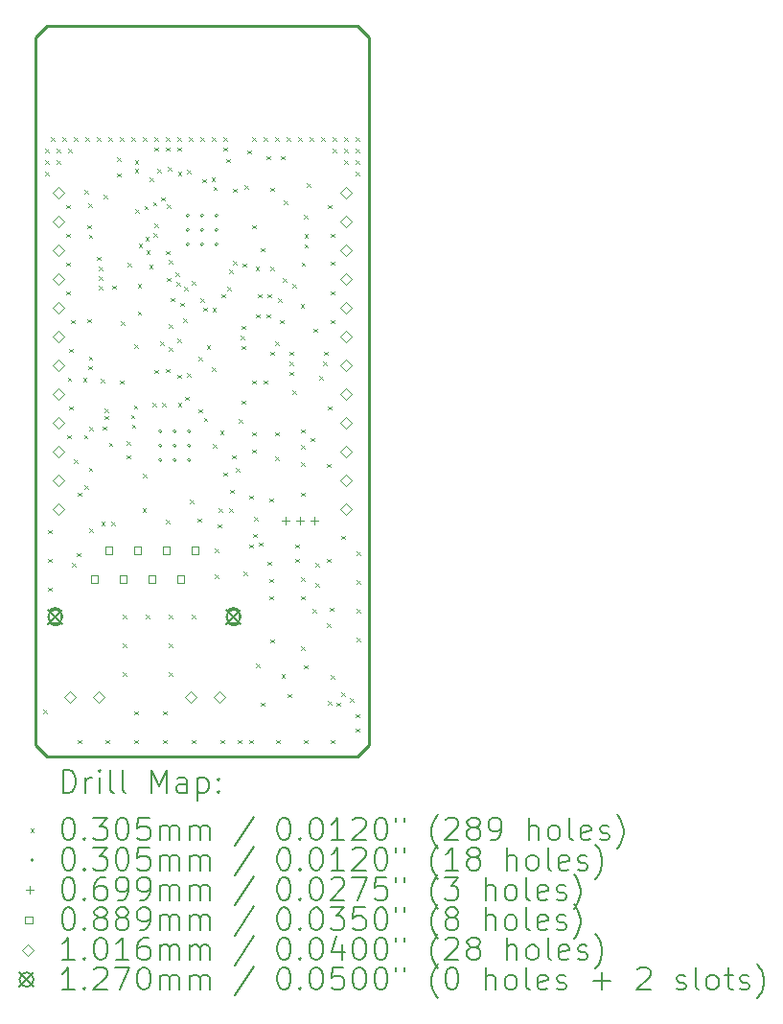
<source format=gbr>
%FSLAX45Y45*%
G04 Gerber Fmt 4.5, Leading zero omitted, Abs format (unit mm)*
G04 Created by KiCad (PCBNEW 6.0.5-a6ca702e91~116~ubuntu20.04.1) date 2024-03-02 15:14:04*
%MOMM*%
%LPD*%
G01*
G04 APERTURE LIST*
%TA.AperFunction,Profile*%
%ADD10C,0.254000*%
%TD*%
%ADD11C,0.200000*%
%ADD12C,0.030480*%
%ADD13C,0.069850*%
%ADD14C,0.088900*%
%ADD15C,0.101600*%
%ADD16C,0.127000*%
G04 APERTURE END LIST*
D10*
X2946400Y6350000D02*
X2844800Y6451600D01*
X0Y6350000D02*
X0Y101600D01*
X101600Y6451600D02*
X0Y6350000D01*
X101600Y0D02*
X0Y101600D01*
X2946400Y101600D02*
X2946400Y6350000D01*
X101600Y0D02*
X2844800Y0D01*
X2844800Y6451600D02*
X101600Y6451600D01*
X2844800Y0D02*
X2946400Y101600D01*
D11*
D12*
X73660Y408940D02*
X104140Y378460D01*
X104140Y408940D02*
X73660Y378460D01*
X86360Y5361940D02*
X116840Y5331460D01*
X116840Y5361940D02*
X86360Y5331460D01*
X86360Y5260340D02*
X116840Y5229860D01*
X116840Y5260340D02*
X86360Y5229860D01*
X86360Y5158740D02*
X116840Y5128260D01*
X116840Y5158740D02*
X86360Y5128260D01*
X111760Y1996440D02*
X142240Y1965960D01*
X142240Y1996440D02*
X111760Y1965960D01*
X111760Y1742440D02*
X142240Y1711960D01*
X142240Y1742440D02*
X111760Y1711960D01*
X111760Y1488440D02*
X142240Y1457960D01*
X142240Y1488440D02*
X111760Y1457960D01*
X137160Y5463540D02*
X167640Y5433060D01*
X167640Y5463540D02*
X137160Y5433060D01*
X187960Y5361940D02*
X218440Y5331460D01*
X218440Y5361940D02*
X187960Y5331460D01*
X187960Y5260340D02*
X218440Y5229860D01*
X218440Y5260340D02*
X187960Y5229860D01*
X238760Y5463540D02*
X269240Y5433060D01*
X269240Y5463540D02*
X238760Y5433060D01*
X276860Y4866640D02*
X307340Y4836160D01*
X307340Y4866640D02*
X276860Y4836160D01*
X276860Y4612640D02*
X307340Y4582160D01*
X307340Y4612640D02*
X276860Y4582160D01*
X276860Y4358640D02*
X307340Y4328160D01*
X307340Y4358640D02*
X276860Y4328160D01*
X276860Y4104640D02*
X307340Y4074160D01*
X307340Y4104640D02*
X276860Y4074160D01*
X284480Y2834640D02*
X314960Y2804160D01*
X314960Y2834640D02*
X284480Y2804160D01*
X287020Y3342640D02*
X317500Y3312160D01*
X317500Y3342640D02*
X287020Y3312160D01*
X289560Y5361940D02*
X320040Y5331460D01*
X320040Y5361940D02*
X289560Y5331460D01*
X302260Y3596640D02*
X332740Y3566160D01*
X332740Y3596640D02*
X302260Y3566160D01*
X302260Y3088640D02*
X332740Y3058160D01*
X332740Y3088640D02*
X302260Y3058160D01*
X314960Y3850640D02*
X345440Y3820160D01*
X345440Y3850640D02*
X314960Y3820160D01*
X327660Y1704340D02*
X358140Y1673860D01*
X358140Y1704340D02*
X327660Y1673860D01*
X340360Y5463540D02*
X370840Y5433060D01*
X370840Y5463540D02*
X340360Y5433060D01*
X340360Y2618740D02*
X370840Y2588260D01*
X370840Y2618740D02*
X340360Y2588260D01*
X365760Y1793240D02*
X396240Y1762760D01*
X396240Y1793240D02*
X365760Y1762760D01*
X375920Y2326640D02*
X406400Y2296160D01*
X406400Y2326640D02*
X375920Y2296160D01*
X378460Y142240D02*
X408940Y111760D01*
X408940Y142240D02*
X378460Y111760D01*
X424180Y3337560D02*
X454660Y3307080D01*
X454660Y3337560D02*
X424180Y3307080D01*
X431800Y2834640D02*
X462280Y2804160D01*
X462280Y2834640D02*
X431800Y2804160D01*
X435610Y4999990D02*
X466090Y4969510D01*
X466090Y4999990D02*
X435610Y4969510D01*
X436880Y2390140D02*
X467360Y2359660D01*
X467360Y2390140D02*
X436880Y2359660D01*
X441960Y5463540D02*
X472440Y5433060D01*
X472440Y5463540D02*
X441960Y5433060D01*
X459740Y4691380D02*
X490220Y4660900D01*
X490220Y4691380D02*
X459740Y4660900D01*
X459740Y3860800D02*
X490220Y3830320D01*
X490220Y3860800D02*
X459740Y3830320D01*
X467360Y4879340D02*
X497840Y4848860D01*
X497840Y4879340D02*
X467360Y4848860D01*
X467360Y3444240D02*
X497840Y3413760D01*
X497840Y3444240D02*
X467360Y3413760D01*
X473710Y2548890D02*
X504190Y2518410D01*
X504190Y2548890D02*
X473710Y2518410D01*
X474980Y4605020D02*
X505460Y4574540D01*
X505460Y4605020D02*
X474980Y4574540D01*
X474980Y3530600D02*
X505460Y3500120D01*
X505460Y3530600D02*
X474980Y3500120D01*
X480060Y2908300D02*
X510540Y2877820D01*
X510540Y2908300D02*
X480060Y2877820D01*
X480060Y2009140D02*
X510540Y1978660D01*
X510540Y2009140D02*
X480060Y1978660D01*
X543560Y5463540D02*
X574040Y5433060D01*
X574040Y5463540D02*
X543560Y5433060D01*
X543560Y4409440D02*
X574040Y4378960D01*
X574040Y4409440D02*
X543560Y4378960D01*
X563880Y4323080D02*
X594360Y4292600D01*
X594360Y4323080D02*
X563880Y4292600D01*
X563880Y4236720D02*
X594360Y4206240D01*
X594360Y4236720D02*
X563880Y4206240D01*
X563880Y4150360D02*
X594360Y4119880D01*
X594360Y4150360D02*
X563880Y4119880D01*
X581660Y3329940D02*
X612140Y3299460D01*
X612140Y3329940D02*
X581660Y3299460D01*
X584200Y2070100D02*
X614680Y2039620D01*
X614680Y2070100D02*
X584200Y2039620D01*
X594360Y2910840D02*
X624840Y2880360D01*
X624840Y2910840D02*
X594360Y2880360D01*
X607060Y4955540D02*
X637540Y4925060D01*
X637540Y4955540D02*
X607060Y4925060D01*
X614680Y3068320D02*
X645160Y3037840D01*
X645160Y3068320D02*
X614680Y3037840D01*
X614680Y3004820D02*
X645160Y2974340D01*
X645160Y3004820D02*
X614680Y2974340D01*
X619760Y142240D02*
X650240Y111760D01*
X650240Y142240D02*
X619760Y111760D01*
X645160Y5463540D02*
X675640Y5433060D01*
X675640Y5463540D02*
X645160Y5433060D01*
X652780Y2768600D02*
X683260Y2738120D01*
X683260Y2768600D02*
X652780Y2738120D01*
X673100Y2070100D02*
X703580Y2039620D01*
X703580Y2070100D02*
X673100Y2039620D01*
X683260Y4155440D02*
X713740Y4124960D01*
X713740Y4155440D02*
X683260Y4124960D01*
X721360Y5285740D02*
X751840Y5255260D01*
X751840Y5285740D02*
X721360Y5255260D01*
X721360Y5146040D02*
X751840Y5115560D01*
X751840Y5146040D02*
X721360Y5115560D01*
X746760Y5463540D02*
X777240Y5433060D01*
X777240Y5463540D02*
X746760Y5433060D01*
X746760Y3317240D02*
X777240Y3286760D01*
X777240Y3317240D02*
X746760Y3286760D01*
X759460Y3837940D02*
X789940Y3807460D01*
X789940Y3837940D02*
X759460Y3807460D01*
X772160Y1247140D02*
X802640Y1216660D01*
X802640Y1247140D02*
X772160Y1216660D01*
X772160Y993140D02*
X802640Y962660D01*
X802640Y993140D02*
X772160Y962660D01*
X772160Y739140D02*
X802640Y708660D01*
X802640Y739140D02*
X772160Y708660D01*
X810260Y2781300D02*
X840740Y2750820D01*
X840740Y2781300D02*
X810260Y2750820D01*
X810260Y2656840D02*
X840740Y2626360D01*
X840740Y2656840D02*
X810260Y2626360D01*
X815340Y4356100D02*
X845820Y4325620D01*
X845820Y4356100D02*
X815340Y4325620D01*
X845820Y3014980D02*
X876300Y2984500D01*
X876300Y3014980D02*
X845820Y2984500D01*
X848360Y5463540D02*
X878840Y5433060D01*
X878840Y5463540D02*
X848360Y5433060D01*
X855980Y2928620D02*
X886460Y2898140D01*
X886460Y2928620D02*
X855980Y2898140D01*
X871220Y3098800D02*
X901700Y3068320D01*
X901700Y3098800D02*
X871220Y3068320D01*
X873760Y3634740D02*
X904240Y3604260D01*
X904240Y3634740D02*
X873760Y3604260D01*
X873760Y396240D02*
X904240Y365760D01*
X904240Y396240D02*
X873760Y365760D01*
X873760Y142240D02*
X904240Y111760D01*
X904240Y142240D02*
X873760Y111760D01*
X878840Y5260340D02*
X909320Y5229860D01*
X909320Y5260340D02*
X878840Y5229860D01*
X878840Y5184140D02*
X909320Y5153660D01*
X909320Y5184140D02*
X878840Y5153660D01*
X886460Y4828540D02*
X916940Y4798060D01*
X916940Y4828540D02*
X886460Y4798060D01*
X904240Y4168140D02*
X934720Y4137660D01*
X934720Y4168140D02*
X904240Y4137660D01*
X904240Y3926840D02*
X934720Y3896360D01*
X934720Y3926840D02*
X904240Y3896360D01*
X914400Y4526280D02*
X944880Y4495800D01*
X944880Y4526280D02*
X914400Y4495800D01*
X947420Y2186940D02*
X977900Y2156460D01*
X977900Y2186940D02*
X947420Y2156460D01*
X949960Y5463540D02*
X980440Y5433060D01*
X980440Y5463540D02*
X949960Y5433060D01*
X949960Y2491740D02*
X980440Y2461260D01*
X980440Y2491740D02*
X949960Y2461260D01*
X965200Y4859020D02*
X995680Y4828540D01*
X995680Y4859020D02*
X965200Y4828540D01*
X972820Y4584700D02*
X1003300Y4554220D01*
X1003300Y4584700D02*
X972820Y4554220D01*
X975360Y1247140D02*
X1005840Y1216660D01*
X1005840Y1247140D02*
X975360Y1216660D01*
X982980Y4465320D02*
X1013460Y4434840D01*
X1013460Y4465320D02*
X982980Y4434840D01*
X1005840Y4338320D02*
X1036320Y4307840D01*
X1036320Y4338320D02*
X1005840Y4307840D01*
X1013460Y5107940D02*
X1043940Y5077460D01*
X1043940Y5107940D02*
X1013460Y5077460D01*
X1036320Y3121660D02*
X1066800Y3091180D01*
X1066800Y3121660D02*
X1036320Y3091180D01*
X1041400Y4892040D02*
X1071880Y4861560D01*
X1071880Y4892040D02*
X1041400Y4861560D01*
X1046480Y4620260D02*
X1076960Y4589780D01*
X1076960Y4620260D02*
X1046480Y4589780D01*
X1051560Y5463540D02*
X1082040Y5433060D01*
X1082040Y5463540D02*
X1051560Y5433060D01*
X1051560Y5374640D02*
X1082040Y5344160D01*
X1082040Y5374640D02*
X1051560Y5344160D01*
X1051560Y4701540D02*
X1082040Y4671060D01*
X1082040Y4701540D02*
X1051560Y4671060D01*
X1051560Y3411220D02*
X1082040Y3380740D01*
X1082040Y3411220D02*
X1051560Y3380740D01*
X1076960Y5184140D02*
X1107440Y5153660D01*
X1107440Y5184140D02*
X1076960Y5153660D01*
X1102360Y3660140D02*
X1132840Y3629660D01*
X1132840Y3660140D02*
X1102360Y3629660D01*
X1112520Y4935220D02*
X1143000Y4904740D01*
X1143000Y4935220D02*
X1112520Y4904740D01*
X1122680Y3121660D02*
X1153160Y3091180D01*
X1153160Y3121660D02*
X1122680Y3091180D01*
X1127760Y396240D02*
X1158240Y365760D01*
X1158240Y396240D02*
X1127760Y365760D01*
X1127760Y142240D02*
X1158240Y111760D01*
X1158240Y142240D02*
X1127760Y111760D01*
X1153160Y5463540D02*
X1183640Y5433060D01*
X1183640Y5463540D02*
X1153160Y5433060D01*
X1153160Y5374640D02*
X1183640Y5344160D01*
X1183640Y5374640D02*
X1153160Y5344160D01*
X1153160Y3418840D02*
X1183640Y3388360D01*
X1183640Y3418840D02*
X1153160Y3388360D01*
X1153160Y2085340D02*
X1183640Y2054860D01*
X1183640Y2085340D02*
X1153160Y2054860D01*
X1155700Y4460240D02*
X1186180Y4429760D01*
X1186180Y4460240D02*
X1155700Y4429760D01*
X1165860Y4871720D02*
X1196340Y4841240D01*
X1196340Y4871720D02*
X1165860Y4841240D01*
X1165860Y4224020D02*
X1196340Y4193540D01*
X1196340Y4224020D02*
X1165860Y4193540D01*
X1173480Y5201920D02*
X1203960Y5171440D01*
X1203960Y5201920D02*
X1173480Y5171440D01*
X1178560Y3812540D02*
X1209040Y3782060D01*
X1209040Y3812540D02*
X1178560Y3782060D01*
X1178560Y3609340D02*
X1209040Y3578860D01*
X1209040Y3609340D02*
X1178560Y3578860D01*
X1178560Y1247140D02*
X1209040Y1216660D01*
X1209040Y1247140D02*
X1178560Y1216660D01*
X1178560Y993140D02*
X1209040Y962660D01*
X1209040Y993140D02*
X1178560Y962660D01*
X1178560Y739140D02*
X1209040Y708660D01*
X1209040Y739140D02*
X1178560Y708660D01*
X1181100Y4381500D02*
X1211580Y4351020D01*
X1211580Y4381500D02*
X1181100Y4351020D01*
X1196340Y4046220D02*
X1226820Y4015740D01*
X1226820Y4046220D02*
X1196340Y4015740D01*
X1239520Y4269740D02*
X1270000Y4239260D01*
X1270000Y4269740D02*
X1239520Y4239260D01*
X1247140Y4185920D02*
X1277620Y4155440D01*
X1277620Y4185920D02*
X1247140Y4155440D01*
X1254760Y5463540D02*
X1285240Y5433060D01*
X1285240Y5463540D02*
X1254760Y5433060D01*
X1254760Y5374640D02*
X1285240Y5344160D01*
X1285240Y5374640D02*
X1254760Y5344160D01*
X1254760Y3685540D02*
X1285240Y3655060D01*
X1285240Y3685540D02*
X1254760Y3655060D01*
X1254760Y3368040D02*
X1285240Y3337560D01*
X1285240Y3368040D02*
X1254760Y3337560D01*
X1259840Y5158740D02*
X1290320Y5128260D01*
X1290320Y5158740D02*
X1259840Y5128260D01*
X1259840Y3119120D02*
X1290320Y3088640D01*
X1290320Y3119120D02*
X1259840Y3088640D01*
X1280160Y4003040D02*
X1310640Y3972560D01*
X1310640Y4003040D02*
X1280160Y3972560D01*
X1305560Y3863340D02*
X1336040Y3832860D01*
X1336040Y3863340D02*
X1305560Y3832860D01*
X1318260Y4142740D02*
X1348740Y4112260D01*
X1348740Y4142740D02*
X1318260Y4112260D01*
X1325880Y3175000D02*
X1356360Y3144520D01*
X1356360Y3175000D02*
X1325880Y3144520D01*
X1343660Y5179060D02*
X1374140Y5148580D01*
X1374140Y5179060D02*
X1343660Y5148580D01*
X1343660Y3380740D02*
X1374140Y3350260D01*
X1374140Y3380740D02*
X1343660Y3350260D01*
X1356360Y5463540D02*
X1386840Y5433060D01*
X1386840Y5463540D02*
X1356360Y5433060D01*
X1369060Y2263140D02*
X1399540Y2232660D01*
X1399540Y2263140D02*
X1369060Y2232660D01*
X1381760Y4193540D02*
X1412240Y4163060D01*
X1412240Y4193540D02*
X1381760Y4163060D01*
X1381760Y1247140D02*
X1412240Y1216660D01*
X1412240Y1247140D02*
X1381760Y1216660D01*
X1381760Y142240D02*
X1412240Y111760D01*
X1412240Y142240D02*
X1381760Y111760D01*
X1432560Y2098040D02*
X1463040Y2067560D01*
X1463040Y2098040D02*
X1432560Y2067560D01*
X1442720Y3063240D02*
X1473200Y3032760D01*
X1473200Y3063240D02*
X1442720Y3032760D01*
X1445260Y3525520D02*
X1475740Y3495040D01*
X1475740Y3525520D02*
X1445260Y3495040D01*
X1457960Y5463540D02*
X1488440Y5433060D01*
X1488440Y5463540D02*
X1457960Y5433060D01*
X1457960Y4041140D02*
X1488440Y4010660D01*
X1488440Y4041140D02*
X1457960Y4010660D01*
X1475740Y5095240D02*
X1506220Y5064760D01*
X1506220Y5095240D02*
X1475740Y5064760D01*
X1483360Y3962400D02*
X1513840Y3931920D01*
X1513840Y3962400D02*
X1483360Y3931920D01*
X1488440Y2989580D02*
X1518920Y2959100D01*
X1518920Y2989580D02*
X1488440Y2959100D01*
X1513840Y3629660D02*
X1544320Y3599180D01*
X1544320Y3629660D02*
X1513840Y3599180D01*
X1557020Y5107940D02*
X1587500Y5077460D01*
X1587500Y5107940D02*
X1557020Y5077460D01*
X1559560Y5463540D02*
X1590040Y5433060D01*
X1590040Y5463540D02*
X1559560Y5433060D01*
X1559560Y3431540D02*
X1590040Y3401060D01*
X1590040Y3431540D02*
X1559560Y3401060D01*
X1567180Y3959860D02*
X1597660Y3929380D01*
X1597660Y3959860D02*
X1567180Y3929380D01*
X1572260Y2755900D02*
X1602740Y2725420D01*
X1602740Y2755900D02*
X1572260Y2725420D01*
X1574800Y5029200D02*
X1605280Y4998720D01*
X1605280Y5029200D02*
X1574800Y4998720D01*
X1584960Y1831340D02*
X1615440Y1800860D01*
X1615440Y1831340D02*
X1584960Y1800860D01*
X1584960Y1602740D02*
X1615440Y1572260D01*
X1615440Y1602740D02*
X1584960Y1572260D01*
X1610360Y2049780D02*
X1640840Y2019300D01*
X1640840Y2049780D02*
X1610360Y2019300D01*
X1623060Y2186940D02*
X1653540Y2156460D01*
X1653540Y2186940D02*
X1623060Y2156460D01*
X1633220Y2875280D02*
X1663700Y2844800D01*
X1663700Y2875280D02*
X1633220Y2844800D01*
X1635760Y142240D02*
X1666240Y111760D01*
X1666240Y142240D02*
X1635760Y111760D01*
X1648460Y4079240D02*
X1678940Y4048760D01*
X1678940Y4079240D02*
X1648460Y4048760D01*
X1661160Y5463540D02*
X1691640Y5433060D01*
X1691640Y5463540D02*
X1661160Y5433060D01*
X1661160Y5374640D02*
X1691640Y5344160D01*
X1691640Y5374640D02*
X1661160Y5344160D01*
X1661160Y2504440D02*
X1691640Y2473960D01*
X1691640Y2504440D02*
X1661160Y2473960D01*
X1686560Y5273040D02*
X1717040Y5242560D01*
X1717040Y5273040D02*
X1686560Y5242560D01*
X1699260Y4142740D02*
X1729740Y4112260D01*
X1729740Y4142740D02*
X1699260Y4112260D01*
X1711960Y4295140D02*
X1742440Y4264660D01*
X1742440Y4295140D02*
X1711960Y4264660D01*
X1711960Y2186940D02*
X1742440Y2156460D01*
X1742440Y2186940D02*
X1711960Y2156460D01*
X1724660Y2352040D02*
X1755140Y2321560D01*
X1755140Y2352040D02*
X1724660Y2321560D01*
X1737360Y2656840D02*
X1767840Y2626360D01*
X1767840Y2656840D02*
X1737360Y2626360D01*
X1750060Y5011420D02*
X1780540Y4980940D01*
X1780540Y5011420D02*
X1750060Y4980940D01*
X1750060Y4371340D02*
X1780540Y4340860D01*
X1780540Y4371340D02*
X1750060Y4340860D01*
X1775460Y2542540D02*
X1805940Y2512060D01*
X1805940Y2542540D02*
X1775460Y2512060D01*
X1788160Y142240D02*
X1818640Y111760D01*
X1818640Y142240D02*
X1788160Y111760D01*
X1800860Y2974340D02*
X1831340Y2943860D01*
X1831340Y2974340D02*
X1800860Y2943860D01*
X1813560Y3710940D02*
X1844040Y3680460D01*
X1844040Y3710940D02*
X1813560Y3680460D01*
X1826260Y3799840D02*
X1856740Y3769360D01*
X1856740Y3799840D02*
X1826260Y3769360D01*
X1826260Y3622040D02*
X1856740Y3591560D01*
X1856740Y3622040D02*
X1826260Y3591560D01*
X1826260Y3139440D02*
X1856740Y3108960D01*
X1856740Y3139440D02*
X1826260Y3108960D01*
X1833880Y4351020D02*
X1864360Y4320540D01*
X1864360Y4351020D02*
X1833880Y4320540D01*
X1838960Y1628140D02*
X1869440Y1597660D01*
X1869440Y1628140D02*
X1838960Y1597660D01*
X1849120Y5039360D02*
X1879600Y5008880D01*
X1879600Y5039360D02*
X1849120Y5008880D01*
X1877060Y5349240D02*
X1907540Y5318760D01*
X1907540Y5349240D02*
X1877060Y5318760D01*
X1889760Y2301240D02*
X1920240Y2270760D01*
X1920240Y2301240D02*
X1889760Y2270760D01*
X1889760Y1869440D02*
X1920240Y1838960D01*
X1920240Y1869440D02*
X1889760Y1838960D01*
X1889760Y142240D02*
X1920240Y111760D01*
X1920240Y142240D02*
X1889760Y111760D01*
X1915160Y5463540D02*
X1945640Y5433060D01*
X1945640Y5463540D02*
X1915160Y5433060D01*
X1915160Y4688840D02*
X1945640Y4658360D01*
X1945640Y4688840D02*
X1915160Y4658360D01*
X1915160Y3317240D02*
X1945640Y3286760D01*
X1945640Y3317240D02*
X1915160Y3286760D01*
X1915160Y2860040D02*
X1945640Y2829560D01*
X1945640Y2860040D02*
X1915160Y2829560D01*
X1915160Y2707640D02*
X1945640Y2677160D01*
X1945640Y2707640D02*
X1915160Y2677160D01*
X1925320Y1963420D02*
X1955800Y1932940D01*
X1955800Y1963420D02*
X1925320Y1932940D01*
X1932940Y2113280D02*
X1963420Y2082800D01*
X1963420Y2113280D02*
X1932940Y2082800D01*
X1945640Y4323080D02*
X1976120Y4292600D01*
X1976120Y4323080D02*
X1945640Y4292600D01*
X1953260Y3901440D02*
X1983740Y3870960D01*
X1983740Y3901440D02*
X1953260Y3870960D01*
X1953260Y815340D02*
X1983740Y784860D01*
X1983740Y815340D02*
X1953260Y784860D01*
X1965960Y4079240D02*
X1996440Y4048760D01*
X1996440Y4079240D02*
X1965960Y4048760D01*
X1976120Y1887220D02*
X2006600Y1856740D01*
X2006600Y1887220D02*
X1976120Y1856740D01*
X1991360Y4485640D02*
X2021840Y4455160D01*
X2021840Y4485640D02*
X1991360Y4455160D01*
X1991360Y472440D02*
X2021840Y441960D01*
X2021840Y472440D02*
X1991360Y441960D01*
X2016760Y5463540D02*
X2047240Y5433060D01*
X2047240Y5463540D02*
X2016760Y5433060D01*
X2016760Y3317240D02*
X2047240Y3286760D01*
X2047240Y3317240D02*
X2016760Y3286760D01*
X2042160Y5298440D02*
X2072640Y5267960D01*
X2072640Y5298440D02*
X2042160Y5267960D01*
X2042160Y3901440D02*
X2072640Y3870960D01*
X2072640Y3901440D02*
X2042160Y3870960D01*
X2054860Y4079240D02*
X2085340Y4048760D01*
X2085340Y4079240D02*
X2054860Y4048760D01*
X2054860Y1717040D02*
X2085340Y1686560D01*
X2085340Y1717040D02*
X2054860Y1686560D01*
X2067560Y2275840D02*
X2098040Y2245360D01*
X2098040Y2275840D02*
X2067560Y2245360D01*
X2067560Y1564640D02*
X2098040Y1534160D01*
X2098040Y1564640D02*
X2067560Y1534160D01*
X2067560Y1412240D02*
X2098040Y1381760D01*
X2098040Y1412240D02*
X2067560Y1381760D01*
X2080260Y5019040D02*
X2110740Y4988560D01*
X2110740Y5019040D02*
X2080260Y4988560D01*
X2080260Y4320540D02*
X2110740Y4290060D01*
X2110740Y4320540D02*
X2080260Y4290060D01*
X2080260Y3571240D02*
X2110740Y3540760D01*
X2110740Y3571240D02*
X2080260Y3540760D01*
X2080260Y1031240D02*
X2110740Y1000760D01*
X2110740Y1031240D02*
X2080260Y1000760D01*
X2118360Y5463540D02*
X2148840Y5433060D01*
X2148840Y5463540D02*
X2118360Y5433060D01*
X2118360Y3660140D02*
X2148840Y3629660D01*
X2148840Y3660140D02*
X2118360Y3629660D01*
X2118360Y2860040D02*
X2148840Y2829560D01*
X2148840Y2860040D02*
X2118360Y2829560D01*
X2118360Y2644140D02*
X2148840Y2613660D01*
X2148840Y2644140D02*
X2118360Y2613660D01*
X2131060Y142240D02*
X2161540Y111760D01*
X2161540Y142240D02*
X2131060Y111760D01*
X2143760Y4041140D02*
X2174240Y4010660D01*
X2174240Y4041140D02*
X2143760Y4010660D01*
X2164080Y3850640D02*
X2194560Y3820160D01*
X2194560Y3850640D02*
X2164080Y3820160D01*
X2169160Y5298440D02*
X2199640Y5267960D01*
X2199640Y5298440D02*
X2169160Y5267960D01*
X2174240Y723900D02*
X2204720Y693420D01*
X2204720Y723900D02*
X2174240Y693420D01*
X2189480Y4218940D02*
X2219960Y4188460D01*
X2219960Y4218940D02*
X2189480Y4188460D01*
X2194560Y4904740D02*
X2225040Y4874260D01*
X2225040Y4904740D02*
X2194560Y4874260D01*
X2219960Y5463540D02*
X2250440Y5433060D01*
X2250440Y5463540D02*
X2219960Y5433060D01*
X2232660Y548640D02*
X2263140Y518160D01*
X2263140Y548640D02*
X2232660Y518160D01*
X2245360Y3571240D02*
X2275840Y3540760D01*
X2275840Y3571240D02*
X2245360Y3540760D01*
X2245360Y3482340D02*
X2275840Y3451860D01*
X2275840Y3482340D02*
X2245360Y3451860D01*
X2245360Y3393440D02*
X2275840Y3362960D01*
X2275840Y3393440D02*
X2245360Y3362960D01*
X2270760Y4168140D02*
X2301240Y4137660D01*
X2301240Y4168140D02*
X2270760Y4137660D01*
X2270760Y3228340D02*
X2301240Y3197860D01*
X2301240Y3228340D02*
X2270760Y3197860D01*
X2296160Y1869440D02*
X2326640Y1838960D01*
X2326640Y1869440D02*
X2296160Y1838960D01*
X2296160Y1742440D02*
X2326640Y1711960D01*
X2326640Y1742440D02*
X2296160Y1711960D01*
X2321560Y5463540D02*
X2352040Y5433060D01*
X2352040Y5463540D02*
X2321560Y5433060D01*
X2344420Y3990340D02*
X2374900Y3959860D01*
X2374900Y3990340D02*
X2344420Y3959860D01*
X2346960Y2885440D02*
X2377440Y2854960D01*
X2377440Y2885440D02*
X2346960Y2854960D01*
X2346960Y2745740D02*
X2377440Y2715260D01*
X2377440Y2745740D02*
X2346960Y2715260D01*
X2346960Y2593340D02*
X2377440Y2562860D01*
X2377440Y2593340D02*
X2346960Y2562860D01*
X2346960Y2326640D02*
X2377440Y2296160D01*
X2377440Y2326640D02*
X2346960Y2296160D01*
X2346960Y1577340D02*
X2377440Y1546860D01*
X2377440Y1577340D02*
X2346960Y1546860D01*
X2346960Y1412240D02*
X2377440Y1381760D01*
X2377440Y1412240D02*
X2346960Y1381760D01*
X2346960Y967740D02*
X2377440Y937260D01*
X2377440Y967740D02*
X2346960Y937260D01*
X2354580Y4361180D02*
X2385060Y4330700D01*
X2385060Y4361180D02*
X2354580Y4330700D01*
X2372360Y4777740D02*
X2402840Y4747260D01*
X2402840Y4777740D02*
X2372360Y4747260D01*
X2372360Y802640D02*
X2402840Y772160D01*
X2402840Y802640D02*
X2372360Y772160D01*
X2372360Y142240D02*
X2402840Y111760D01*
X2402840Y142240D02*
X2372360Y111760D01*
X2377440Y4610100D02*
X2407920Y4579620D01*
X2407920Y4610100D02*
X2377440Y4579620D01*
X2377440Y4521200D02*
X2407920Y4490720D01*
X2407920Y4521200D02*
X2377440Y4490720D01*
X2397760Y5057140D02*
X2428240Y5026660D01*
X2428240Y5057140D02*
X2397760Y5026660D01*
X2423160Y5463540D02*
X2453640Y5433060D01*
X2453640Y5463540D02*
X2423160Y5433060D01*
X2435860Y2809240D02*
X2466340Y2778760D01*
X2466340Y2809240D02*
X2435860Y2778760D01*
X2448560Y1297940D02*
X2479040Y1267460D01*
X2479040Y1297940D02*
X2448560Y1267460D01*
X2461260Y3774440D02*
X2491740Y3743960D01*
X2491740Y3774440D02*
X2461260Y3743960D01*
X2473960Y1704340D02*
X2504440Y1673860D01*
X2504440Y1704340D02*
X2473960Y1673860D01*
X2473960Y1526540D02*
X2504440Y1496060D01*
X2504440Y1526540D02*
X2473960Y1496060D01*
X2512060Y3355340D02*
X2542540Y3324860D01*
X2542540Y3355340D02*
X2512060Y3324860D01*
X2524760Y5463540D02*
X2555240Y5433060D01*
X2555240Y5463540D02*
X2524760Y5433060D01*
X2542540Y3482340D02*
X2573020Y3451860D01*
X2573020Y3482340D02*
X2542540Y3451860D01*
X2550160Y3571240D02*
X2580640Y3540760D01*
X2580640Y3571240D02*
X2550160Y3540760D01*
X2575560Y2580640D02*
X2606040Y2550160D01*
X2606040Y2580640D02*
X2575560Y2550160D01*
X2575560Y1742440D02*
X2606040Y1711960D01*
X2606040Y1742440D02*
X2575560Y1711960D01*
X2575560Y1170940D02*
X2606040Y1140460D01*
X2606040Y1170940D02*
X2575560Y1140460D01*
X2588260Y4866640D02*
X2618740Y4836160D01*
X2618740Y4866640D02*
X2588260Y4836160D01*
X2588260Y3088640D02*
X2618740Y3058160D01*
X2618740Y3088640D02*
X2588260Y3058160D01*
X2588260Y485140D02*
X2618740Y454660D01*
X2618740Y485140D02*
X2588260Y454660D01*
X2600960Y1310640D02*
X2631440Y1280160D01*
X2631440Y1310640D02*
X2600960Y1280160D01*
X2613660Y4612640D02*
X2644140Y4582160D01*
X2644140Y4612640D02*
X2613660Y4582160D01*
X2613660Y4368800D02*
X2644140Y4338320D01*
X2644140Y4368800D02*
X2613660Y4338320D01*
X2613660Y4104640D02*
X2644140Y4074160D01*
X2644140Y4104640D02*
X2613660Y4074160D01*
X2613660Y3850640D02*
X2644140Y3820160D01*
X2644140Y3850640D02*
X2613660Y3820160D01*
X2613660Y713740D02*
X2644140Y683260D01*
X2644140Y713740D02*
X2613660Y683260D01*
X2613660Y142240D02*
X2644140Y111760D01*
X2644140Y142240D02*
X2613660Y111760D01*
X2626360Y5463540D02*
X2656840Y5433060D01*
X2656840Y5463540D02*
X2626360Y5433060D01*
X2626360Y5361940D02*
X2656840Y5331460D01*
X2656840Y5361940D02*
X2626360Y5331460D01*
X2664460Y472440D02*
X2694940Y441960D01*
X2694940Y472440D02*
X2664460Y441960D01*
X2702560Y1945640D02*
X2733040Y1915160D01*
X2733040Y1945640D02*
X2702560Y1915160D01*
X2702560Y561340D02*
X2733040Y530860D01*
X2733040Y561340D02*
X2702560Y530860D01*
X2727960Y5463540D02*
X2758440Y5433060D01*
X2758440Y5463540D02*
X2727960Y5433060D01*
X2727960Y5361940D02*
X2758440Y5331460D01*
X2758440Y5361940D02*
X2727960Y5331460D01*
X2727960Y5260340D02*
X2758440Y5229860D01*
X2758440Y5260340D02*
X2727960Y5229860D01*
X2778760Y510540D02*
X2809240Y480060D01*
X2809240Y510540D02*
X2778760Y480060D01*
X2829560Y5463540D02*
X2860040Y5433060D01*
X2860040Y5463540D02*
X2829560Y5433060D01*
X2829560Y5361940D02*
X2860040Y5331460D01*
X2860040Y5361940D02*
X2829560Y5331460D01*
X2829560Y5260340D02*
X2860040Y5229860D01*
X2860040Y5260340D02*
X2829560Y5229860D01*
X2829560Y5158740D02*
X2860040Y5128260D01*
X2860040Y5158740D02*
X2829560Y5128260D01*
X2829560Y370840D02*
X2860040Y340360D01*
X2860040Y370840D02*
X2829560Y340360D01*
X2829560Y243840D02*
X2860040Y213360D01*
X2860040Y243840D02*
X2829560Y213360D01*
X2842260Y1805940D02*
X2872740Y1775460D01*
X2872740Y1805940D02*
X2842260Y1775460D01*
X2842260Y1551940D02*
X2872740Y1521460D01*
X2872740Y1551940D02*
X2842260Y1521460D01*
X2842260Y1297940D02*
X2872740Y1267460D01*
X2872740Y1297940D02*
X2842260Y1267460D01*
X2842260Y1043940D02*
X2872740Y1013460D01*
X2872740Y1043940D02*
X2842260Y1013460D01*
X1120140Y2870200D02*
G75*
G03*
X1120140Y2870200I-15240J0D01*
G01*
X1120140Y2743200D02*
G75*
G03*
X1120140Y2743200I-15240J0D01*
G01*
X1120140Y2616200D02*
G75*
G03*
X1120140Y2616200I-15240J0D01*
G01*
X1247140Y2870200D02*
G75*
G03*
X1247140Y2870200I-15240J0D01*
G01*
X1247140Y2743200D02*
G75*
G03*
X1247140Y2743200I-15240J0D01*
G01*
X1247140Y2616200D02*
G75*
G03*
X1247140Y2616200I-15240J0D01*
G01*
X1361440Y4775200D02*
G75*
G03*
X1361440Y4775200I-15240J0D01*
G01*
X1361440Y4648200D02*
G75*
G03*
X1361440Y4648200I-15240J0D01*
G01*
X1361440Y4521200D02*
G75*
G03*
X1361440Y4521200I-15240J0D01*
G01*
X1374140Y2870200D02*
G75*
G03*
X1374140Y2870200I-15240J0D01*
G01*
X1374140Y2743200D02*
G75*
G03*
X1374140Y2743200I-15240J0D01*
G01*
X1374140Y2616200D02*
G75*
G03*
X1374140Y2616200I-15240J0D01*
G01*
X1488440Y4775200D02*
G75*
G03*
X1488440Y4775200I-15240J0D01*
G01*
X1488440Y4648200D02*
G75*
G03*
X1488440Y4648200I-15240J0D01*
G01*
X1488440Y4521200D02*
G75*
G03*
X1488440Y4521200I-15240J0D01*
G01*
X1615440Y4775200D02*
G75*
G03*
X1615440Y4775200I-15240J0D01*
G01*
X1615440Y4648200D02*
G75*
G03*
X1615440Y4648200I-15240J0D01*
G01*
X1615440Y4521200D02*
G75*
G03*
X1615440Y4521200I-15240J0D01*
G01*
D13*
X2209800Y2117725D02*
X2209800Y2047875D01*
X2174875Y2082800D02*
X2244725Y2082800D01*
X2336800Y2117725D02*
X2336800Y2047875D01*
X2301875Y2082800D02*
X2371725Y2082800D01*
X2463800Y2117725D02*
X2463800Y2047875D01*
X2428875Y2082800D02*
X2498725Y2082800D01*
D14*
X552131Y1530669D02*
X552131Y1593531D01*
X489269Y1593531D01*
X489269Y1530669D01*
X552131Y1530669D01*
X679131Y1784669D02*
X679131Y1847531D01*
X616269Y1847531D01*
X616269Y1784669D01*
X679131Y1784669D01*
X806131Y1530669D02*
X806131Y1593531D01*
X743269Y1593531D01*
X743269Y1530669D01*
X806131Y1530669D01*
X933131Y1784669D02*
X933131Y1847531D01*
X870269Y1847531D01*
X870269Y1784669D01*
X933131Y1784669D01*
X1060131Y1530669D02*
X1060131Y1593531D01*
X997269Y1593531D01*
X997269Y1530669D01*
X1060131Y1530669D01*
X1187131Y1784669D02*
X1187131Y1847531D01*
X1124269Y1847531D01*
X1124269Y1784669D01*
X1187131Y1784669D01*
X1314131Y1530669D02*
X1314131Y1593531D01*
X1251269Y1593531D01*
X1251269Y1530669D01*
X1314131Y1530669D01*
X1441131Y1784669D02*
X1441131Y1847531D01*
X1378269Y1847531D01*
X1378269Y1784669D01*
X1441131Y1784669D01*
D15*
X203200Y4927600D02*
X254000Y4978400D01*
X203200Y5029200D01*
X152400Y4978400D01*
X203200Y4927600D01*
X203200Y4673600D02*
X254000Y4724400D01*
X203200Y4775200D01*
X152400Y4724400D01*
X203200Y4673600D01*
X203200Y4419600D02*
X254000Y4470400D01*
X203200Y4521200D01*
X152400Y4470400D01*
X203200Y4419600D01*
X203200Y4165600D02*
X254000Y4216400D01*
X203200Y4267200D01*
X152400Y4216400D01*
X203200Y4165600D01*
X203200Y3911600D02*
X254000Y3962400D01*
X203200Y4013200D01*
X152400Y3962400D01*
X203200Y3911600D01*
X203200Y3657600D02*
X254000Y3708400D01*
X203200Y3759200D01*
X152400Y3708400D01*
X203200Y3657600D01*
X203200Y3403600D02*
X254000Y3454400D01*
X203200Y3505200D01*
X152400Y3454400D01*
X203200Y3403600D01*
X203200Y3149600D02*
X254000Y3200400D01*
X203200Y3251200D01*
X152400Y3200400D01*
X203200Y3149600D01*
X203200Y2895600D02*
X254000Y2946400D01*
X203200Y2997200D01*
X152400Y2946400D01*
X203200Y2895600D01*
X203200Y2641600D02*
X254000Y2692400D01*
X203200Y2743200D01*
X152400Y2692400D01*
X203200Y2641600D01*
X203200Y2387600D02*
X254000Y2438400D01*
X203200Y2489200D01*
X152400Y2438400D01*
X203200Y2387600D01*
X203200Y2133600D02*
X254000Y2184400D01*
X203200Y2235200D01*
X152400Y2184400D01*
X203200Y2133600D01*
X304800Y469900D02*
X355600Y520700D01*
X304800Y571500D01*
X254000Y520700D01*
X304800Y469900D01*
X558800Y469900D02*
X609600Y520700D01*
X558800Y571500D01*
X508000Y520700D01*
X558800Y469900D01*
X1371600Y469900D02*
X1422400Y520700D01*
X1371600Y571500D01*
X1320800Y520700D01*
X1371600Y469900D01*
X1625600Y469900D02*
X1676400Y520700D01*
X1625600Y571500D01*
X1574800Y520700D01*
X1625600Y469900D01*
X2743200Y4927600D02*
X2794000Y4978400D01*
X2743200Y5029200D01*
X2692400Y4978400D01*
X2743200Y4927600D01*
X2743200Y4673600D02*
X2794000Y4724400D01*
X2743200Y4775200D01*
X2692400Y4724400D01*
X2743200Y4673600D01*
X2743200Y4419600D02*
X2794000Y4470400D01*
X2743200Y4521200D01*
X2692400Y4470400D01*
X2743200Y4419600D01*
X2743200Y4165600D02*
X2794000Y4216400D01*
X2743200Y4267200D01*
X2692400Y4216400D01*
X2743200Y4165600D01*
X2743200Y3911600D02*
X2794000Y3962400D01*
X2743200Y4013200D01*
X2692400Y3962400D01*
X2743200Y3911600D01*
X2743200Y3657600D02*
X2794000Y3708400D01*
X2743200Y3759200D01*
X2692400Y3708400D01*
X2743200Y3657600D01*
X2743200Y3403600D02*
X2794000Y3454400D01*
X2743200Y3505200D01*
X2692400Y3454400D01*
X2743200Y3403600D01*
X2743200Y3149600D02*
X2794000Y3200400D01*
X2743200Y3251200D01*
X2692400Y3200400D01*
X2743200Y3149600D01*
X2743200Y2895600D02*
X2794000Y2946400D01*
X2743200Y2997200D01*
X2692400Y2946400D01*
X2743200Y2895600D01*
X2743200Y2641600D02*
X2794000Y2692400D01*
X2743200Y2743200D01*
X2692400Y2692400D01*
X2743200Y2641600D01*
X2743200Y2387600D02*
X2794000Y2438400D01*
X2743200Y2489200D01*
X2692400Y2438400D01*
X2743200Y2387600D01*
X2743200Y2133600D02*
X2794000Y2184400D01*
X2743200Y2235200D01*
X2692400Y2184400D01*
X2743200Y2133600D01*
D16*
X114300Y1295400D02*
X241300Y1168400D01*
X241300Y1295400D02*
X114300Y1168400D01*
X241300Y1231900D02*
G75*
G03*
X241300Y1231900I-63500J0D01*
G01*
D11*
X124300Y1257300D02*
X124300Y1206500D01*
X231300Y1257300D02*
X231300Y1206500D01*
X124300Y1206500D02*
G75*
G03*
X231300Y1206500I53500J0D01*
G01*
X231300Y1257300D02*
G75*
G03*
X124300Y1257300I-53500J0D01*
G01*
D16*
X1689100Y1295400D02*
X1816100Y1168400D01*
X1816100Y1295400D02*
X1689100Y1168400D01*
X1816100Y1231900D02*
G75*
G03*
X1816100Y1231900I-63500J0D01*
G01*
D11*
X1699100Y1257300D02*
X1699100Y1206500D01*
X1806100Y1257300D02*
X1806100Y1206500D01*
X1699100Y1206500D02*
G75*
G03*
X1806100Y1206500I53500J0D01*
G01*
X1806100Y1257300D02*
G75*
G03*
X1699100Y1257300I-53500J0D01*
G01*
X244919Y-323176D02*
X244919Y-123176D01*
X292538Y-123176D01*
X321110Y-132700D01*
X340157Y-151748D01*
X349681Y-170795D01*
X359205Y-208890D01*
X359205Y-237462D01*
X349681Y-275557D01*
X340157Y-294605D01*
X321110Y-313652D01*
X292538Y-323176D01*
X244919Y-323176D01*
X444919Y-323176D02*
X444919Y-189843D01*
X444919Y-227938D02*
X454443Y-208890D01*
X463967Y-199367D01*
X483014Y-189843D01*
X502062Y-189843D01*
X568729Y-323176D02*
X568729Y-189843D01*
X568729Y-123176D02*
X559205Y-132700D01*
X568729Y-142224D01*
X578252Y-132700D01*
X568729Y-123176D01*
X568729Y-142224D01*
X692538Y-323176D02*
X673490Y-313652D01*
X663967Y-294605D01*
X663967Y-123176D01*
X797300Y-323176D02*
X778252Y-313652D01*
X768728Y-294605D01*
X768728Y-123176D01*
X1025871Y-323176D02*
X1025871Y-123176D01*
X1092538Y-266033D01*
X1159205Y-123176D01*
X1159205Y-323176D01*
X1340157Y-323176D02*
X1340157Y-218414D01*
X1330633Y-199367D01*
X1311586Y-189843D01*
X1273490Y-189843D01*
X1254443Y-199367D01*
X1340157Y-313652D02*
X1321110Y-323176D01*
X1273490Y-323176D01*
X1254443Y-313652D01*
X1244919Y-294605D01*
X1244919Y-275557D01*
X1254443Y-256509D01*
X1273490Y-246986D01*
X1321110Y-246986D01*
X1340157Y-237462D01*
X1435395Y-189843D02*
X1435395Y-389843D01*
X1435395Y-199367D02*
X1454443Y-189843D01*
X1492538Y-189843D01*
X1511586Y-199367D01*
X1521109Y-208890D01*
X1530633Y-227938D01*
X1530633Y-285081D01*
X1521109Y-304129D01*
X1511586Y-313652D01*
X1492538Y-323176D01*
X1454443Y-323176D01*
X1435395Y-313652D01*
X1616348Y-304129D02*
X1625871Y-313652D01*
X1616348Y-323176D01*
X1606824Y-313652D01*
X1616348Y-304129D01*
X1616348Y-323176D01*
X1616348Y-199367D02*
X1625871Y-208890D01*
X1616348Y-218414D01*
X1606824Y-208890D01*
X1616348Y-199367D01*
X1616348Y-218414D01*
D12*
X-43180Y-637460D02*
X-12700Y-667940D01*
X-12700Y-637460D02*
X-43180Y-667940D01*
D11*
X283014Y-543176D02*
X302062Y-543176D01*
X321110Y-552700D01*
X330633Y-562224D01*
X340157Y-581271D01*
X349681Y-619367D01*
X349681Y-666986D01*
X340157Y-705081D01*
X330633Y-724128D01*
X321110Y-733652D01*
X302062Y-743176D01*
X283014Y-743176D01*
X263967Y-733652D01*
X254443Y-724128D01*
X244919Y-705081D01*
X235395Y-666986D01*
X235395Y-619367D01*
X244919Y-581271D01*
X254443Y-562224D01*
X263967Y-552700D01*
X283014Y-543176D01*
X435395Y-724128D02*
X444919Y-733652D01*
X435395Y-743176D01*
X425871Y-733652D01*
X435395Y-724128D01*
X435395Y-743176D01*
X511586Y-543176D02*
X635395Y-543176D01*
X568729Y-619367D01*
X597300Y-619367D01*
X616348Y-628890D01*
X625871Y-638414D01*
X635395Y-657462D01*
X635395Y-705081D01*
X625871Y-724128D01*
X616348Y-733652D01*
X597300Y-743176D01*
X540157Y-743176D01*
X521109Y-733652D01*
X511586Y-724128D01*
X759205Y-543176D02*
X778252Y-543176D01*
X797300Y-552700D01*
X806824Y-562224D01*
X816348Y-581271D01*
X825871Y-619367D01*
X825871Y-666986D01*
X816348Y-705081D01*
X806824Y-724128D01*
X797300Y-733652D01*
X778252Y-743176D01*
X759205Y-743176D01*
X740157Y-733652D01*
X730633Y-724128D01*
X721109Y-705081D01*
X711586Y-666986D01*
X711586Y-619367D01*
X721109Y-581271D01*
X730633Y-562224D01*
X740157Y-552700D01*
X759205Y-543176D01*
X1006824Y-543176D02*
X911586Y-543176D01*
X902062Y-638414D01*
X911586Y-628890D01*
X930633Y-619367D01*
X978252Y-619367D01*
X997300Y-628890D01*
X1006824Y-638414D01*
X1016348Y-657462D01*
X1016348Y-705081D01*
X1006824Y-724128D01*
X997300Y-733652D01*
X978252Y-743176D01*
X930633Y-743176D01*
X911586Y-733652D01*
X902062Y-724128D01*
X1102062Y-743176D02*
X1102062Y-609843D01*
X1102062Y-628890D02*
X1111586Y-619367D01*
X1130633Y-609843D01*
X1159205Y-609843D01*
X1178252Y-619367D01*
X1187776Y-638414D01*
X1187776Y-743176D01*
X1187776Y-638414D02*
X1197300Y-619367D01*
X1216348Y-609843D01*
X1244919Y-609843D01*
X1263967Y-619367D01*
X1273490Y-638414D01*
X1273490Y-743176D01*
X1368729Y-743176D02*
X1368729Y-609843D01*
X1368729Y-628890D02*
X1378252Y-619367D01*
X1397300Y-609843D01*
X1425871Y-609843D01*
X1444919Y-619367D01*
X1454443Y-638414D01*
X1454443Y-743176D01*
X1454443Y-638414D02*
X1463967Y-619367D01*
X1483014Y-609843D01*
X1511586Y-609843D01*
X1530633Y-619367D01*
X1540157Y-638414D01*
X1540157Y-743176D01*
X1930633Y-533652D02*
X1759205Y-790795D01*
X2187776Y-543176D02*
X2206824Y-543176D01*
X2225871Y-552700D01*
X2235395Y-562224D01*
X2244919Y-581271D01*
X2254443Y-619367D01*
X2254443Y-666986D01*
X2244919Y-705081D01*
X2235395Y-724128D01*
X2225871Y-733652D01*
X2206824Y-743176D01*
X2187776Y-743176D01*
X2168729Y-733652D01*
X2159205Y-724128D01*
X2149681Y-705081D01*
X2140157Y-666986D01*
X2140157Y-619367D01*
X2149681Y-581271D01*
X2159205Y-562224D01*
X2168729Y-552700D01*
X2187776Y-543176D01*
X2340157Y-724128D02*
X2349681Y-733652D01*
X2340157Y-743176D01*
X2330633Y-733652D01*
X2340157Y-724128D01*
X2340157Y-743176D01*
X2473490Y-543176D02*
X2492538Y-543176D01*
X2511586Y-552700D01*
X2521110Y-562224D01*
X2530633Y-581271D01*
X2540157Y-619367D01*
X2540157Y-666986D01*
X2530633Y-705081D01*
X2521110Y-724128D01*
X2511586Y-733652D01*
X2492538Y-743176D01*
X2473490Y-743176D01*
X2454443Y-733652D01*
X2444919Y-724128D01*
X2435395Y-705081D01*
X2425871Y-666986D01*
X2425871Y-619367D01*
X2435395Y-581271D01*
X2444919Y-562224D01*
X2454443Y-552700D01*
X2473490Y-543176D01*
X2730633Y-743176D02*
X2616348Y-743176D01*
X2673490Y-743176D02*
X2673490Y-543176D01*
X2654443Y-571748D01*
X2635395Y-590795D01*
X2616348Y-600319D01*
X2806824Y-562224D02*
X2816348Y-552700D01*
X2835395Y-543176D01*
X2883014Y-543176D01*
X2902062Y-552700D01*
X2911586Y-562224D01*
X2921109Y-581271D01*
X2921109Y-600319D01*
X2911586Y-628890D01*
X2797300Y-743176D01*
X2921109Y-743176D01*
X3044919Y-543176D02*
X3063967Y-543176D01*
X3083014Y-552700D01*
X3092538Y-562224D01*
X3102062Y-581271D01*
X3111586Y-619367D01*
X3111586Y-666986D01*
X3102062Y-705081D01*
X3092538Y-724128D01*
X3083014Y-733652D01*
X3063967Y-743176D01*
X3044919Y-743176D01*
X3025871Y-733652D01*
X3016348Y-724128D01*
X3006824Y-705081D01*
X2997300Y-666986D01*
X2997300Y-619367D01*
X3006824Y-581271D01*
X3016348Y-562224D01*
X3025871Y-552700D01*
X3044919Y-543176D01*
X3187776Y-543176D02*
X3187776Y-581271D01*
X3263967Y-543176D02*
X3263967Y-581271D01*
X3559205Y-819367D02*
X3549681Y-809843D01*
X3530633Y-781271D01*
X3521109Y-762224D01*
X3511586Y-733652D01*
X3502062Y-686033D01*
X3502062Y-647938D01*
X3511586Y-600319D01*
X3521109Y-571748D01*
X3530633Y-552700D01*
X3549681Y-524128D01*
X3559205Y-514605D01*
X3625871Y-562224D02*
X3635395Y-552700D01*
X3654443Y-543176D01*
X3702062Y-543176D01*
X3721109Y-552700D01*
X3730633Y-562224D01*
X3740157Y-581271D01*
X3740157Y-600319D01*
X3730633Y-628890D01*
X3616348Y-743176D01*
X3740157Y-743176D01*
X3854443Y-628890D02*
X3835395Y-619367D01*
X3825871Y-609843D01*
X3816348Y-590795D01*
X3816348Y-581271D01*
X3825871Y-562224D01*
X3835395Y-552700D01*
X3854443Y-543176D01*
X3892538Y-543176D01*
X3911586Y-552700D01*
X3921109Y-562224D01*
X3930633Y-581271D01*
X3930633Y-590795D01*
X3921109Y-609843D01*
X3911586Y-619367D01*
X3892538Y-628890D01*
X3854443Y-628890D01*
X3835395Y-638414D01*
X3825871Y-647938D01*
X3816348Y-666986D01*
X3816348Y-705081D01*
X3825871Y-724128D01*
X3835395Y-733652D01*
X3854443Y-743176D01*
X3892538Y-743176D01*
X3911586Y-733652D01*
X3921109Y-724128D01*
X3930633Y-705081D01*
X3930633Y-666986D01*
X3921109Y-647938D01*
X3911586Y-638414D01*
X3892538Y-628890D01*
X4025871Y-743176D02*
X4063967Y-743176D01*
X4083014Y-733652D01*
X4092538Y-724128D01*
X4111586Y-695557D01*
X4121109Y-657462D01*
X4121109Y-581271D01*
X4111586Y-562224D01*
X4102062Y-552700D01*
X4083014Y-543176D01*
X4044919Y-543176D01*
X4025871Y-552700D01*
X4016348Y-562224D01*
X4006824Y-581271D01*
X4006824Y-628890D01*
X4016348Y-647938D01*
X4025871Y-657462D01*
X4044919Y-666986D01*
X4083014Y-666986D01*
X4102062Y-657462D01*
X4111586Y-647938D01*
X4121109Y-628890D01*
X4359205Y-743176D02*
X4359205Y-543176D01*
X4444919Y-743176D02*
X4444919Y-638414D01*
X4435395Y-619367D01*
X4416348Y-609843D01*
X4387776Y-609843D01*
X4368729Y-619367D01*
X4359205Y-628890D01*
X4568729Y-743176D02*
X4549681Y-733652D01*
X4540157Y-724128D01*
X4530633Y-705081D01*
X4530633Y-647938D01*
X4540157Y-628890D01*
X4549681Y-619367D01*
X4568729Y-609843D01*
X4597300Y-609843D01*
X4616348Y-619367D01*
X4625871Y-628890D01*
X4635395Y-647938D01*
X4635395Y-705081D01*
X4625871Y-724128D01*
X4616348Y-733652D01*
X4597300Y-743176D01*
X4568729Y-743176D01*
X4749681Y-743176D02*
X4730633Y-733652D01*
X4721110Y-714605D01*
X4721110Y-543176D01*
X4902062Y-733652D02*
X4883014Y-743176D01*
X4844919Y-743176D01*
X4825871Y-733652D01*
X4816348Y-714605D01*
X4816348Y-638414D01*
X4825871Y-619367D01*
X4844919Y-609843D01*
X4883014Y-609843D01*
X4902062Y-619367D01*
X4911586Y-638414D01*
X4911586Y-657462D01*
X4816348Y-676510D01*
X4987776Y-733652D02*
X5006824Y-743176D01*
X5044919Y-743176D01*
X5063967Y-733652D01*
X5073490Y-714605D01*
X5073490Y-705081D01*
X5063967Y-686033D01*
X5044919Y-676510D01*
X5016348Y-676510D01*
X4997300Y-666986D01*
X4987776Y-647938D01*
X4987776Y-638414D01*
X4997300Y-619367D01*
X5016348Y-609843D01*
X5044919Y-609843D01*
X5063967Y-619367D01*
X5140157Y-819367D02*
X5149681Y-809843D01*
X5168729Y-781271D01*
X5178252Y-762224D01*
X5187776Y-733652D01*
X5197300Y-686033D01*
X5197300Y-647938D01*
X5187776Y-600319D01*
X5178252Y-571748D01*
X5168729Y-552700D01*
X5149681Y-524128D01*
X5140157Y-514605D01*
D12*
X-12700Y-916700D02*
G75*
G03*
X-12700Y-916700I-15240J0D01*
G01*
D11*
X283014Y-807176D02*
X302062Y-807176D01*
X321110Y-816700D01*
X330633Y-826224D01*
X340157Y-845271D01*
X349681Y-883367D01*
X349681Y-930986D01*
X340157Y-969081D01*
X330633Y-988128D01*
X321110Y-997652D01*
X302062Y-1007176D01*
X283014Y-1007176D01*
X263967Y-997652D01*
X254443Y-988128D01*
X244919Y-969081D01*
X235395Y-930986D01*
X235395Y-883367D01*
X244919Y-845271D01*
X254443Y-826224D01*
X263967Y-816700D01*
X283014Y-807176D01*
X435395Y-988128D02*
X444919Y-997652D01*
X435395Y-1007176D01*
X425871Y-997652D01*
X435395Y-988128D01*
X435395Y-1007176D01*
X511586Y-807176D02*
X635395Y-807176D01*
X568729Y-883367D01*
X597300Y-883367D01*
X616348Y-892890D01*
X625871Y-902414D01*
X635395Y-921462D01*
X635395Y-969081D01*
X625871Y-988128D01*
X616348Y-997652D01*
X597300Y-1007176D01*
X540157Y-1007176D01*
X521109Y-997652D01*
X511586Y-988128D01*
X759205Y-807176D02*
X778252Y-807176D01*
X797300Y-816700D01*
X806824Y-826224D01*
X816348Y-845271D01*
X825871Y-883367D01*
X825871Y-930986D01*
X816348Y-969081D01*
X806824Y-988128D01*
X797300Y-997652D01*
X778252Y-1007176D01*
X759205Y-1007176D01*
X740157Y-997652D01*
X730633Y-988128D01*
X721109Y-969081D01*
X711586Y-930986D01*
X711586Y-883367D01*
X721109Y-845271D01*
X730633Y-826224D01*
X740157Y-816700D01*
X759205Y-807176D01*
X1006824Y-807176D02*
X911586Y-807176D01*
X902062Y-902414D01*
X911586Y-892890D01*
X930633Y-883367D01*
X978252Y-883367D01*
X997300Y-892890D01*
X1006824Y-902414D01*
X1016348Y-921462D01*
X1016348Y-969081D01*
X1006824Y-988128D01*
X997300Y-997652D01*
X978252Y-1007176D01*
X930633Y-1007176D01*
X911586Y-997652D01*
X902062Y-988128D01*
X1102062Y-1007176D02*
X1102062Y-873843D01*
X1102062Y-892890D02*
X1111586Y-883367D01*
X1130633Y-873843D01*
X1159205Y-873843D01*
X1178252Y-883367D01*
X1187776Y-902414D01*
X1187776Y-1007176D01*
X1187776Y-902414D02*
X1197300Y-883367D01*
X1216348Y-873843D01*
X1244919Y-873843D01*
X1263967Y-883367D01*
X1273490Y-902414D01*
X1273490Y-1007176D01*
X1368729Y-1007176D02*
X1368729Y-873843D01*
X1368729Y-892890D02*
X1378252Y-883367D01*
X1397300Y-873843D01*
X1425871Y-873843D01*
X1444919Y-883367D01*
X1454443Y-902414D01*
X1454443Y-1007176D01*
X1454443Y-902414D02*
X1463967Y-883367D01*
X1483014Y-873843D01*
X1511586Y-873843D01*
X1530633Y-883367D01*
X1540157Y-902414D01*
X1540157Y-1007176D01*
X1930633Y-797652D02*
X1759205Y-1054795D01*
X2187776Y-807176D02*
X2206824Y-807176D01*
X2225871Y-816700D01*
X2235395Y-826224D01*
X2244919Y-845271D01*
X2254443Y-883367D01*
X2254443Y-930986D01*
X2244919Y-969081D01*
X2235395Y-988128D01*
X2225871Y-997652D01*
X2206824Y-1007176D01*
X2187776Y-1007176D01*
X2168729Y-997652D01*
X2159205Y-988128D01*
X2149681Y-969081D01*
X2140157Y-930986D01*
X2140157Y-883367D01*
X2149681Y-845271D01*
X2159205Y-826224D01*
X2168729Y-816700D01*
X2187776Y-807176D01*
X2340157Y-988128D02*
X2349681Y-997652D01*
X2340157Y-1007176D01*
X2330633Y-997652D01*
X2340157Y-988128D01*
X2340157Y-1007176D01*
X2473490Y-807176D02*
X2492538Y-807176D01*
X2511586Y-816700D01*
X2521110Y-826224D01*
X2530633Y-845271D01*
X2540157Y-883367D01*
X2540157Y-930986D01*
X2530633Y-969081D01*
X2521110Y-988128D01*
X2511586Y-997652D01*
X2492538Y-1007176D01*
X2473490Y-1007176D01*
X2454443Y-997652D01*
X2444919Y-988128D01*
X2435395Y-969081D01*
X2425871Y-930986D01*
X2425871Y-883367D01*
X2435395Y-845271D01*
X2444919Y-826224D01*
X2454443Y-816700D01*
X2473490Y-807176D01*
X2730633Y-1007176D02*
X2616348Y-1007176D01*
X2673490Y-1007176D02*
X2673490Y-807176D01*
X2654443Y-835748D01*
X2635395Y-854795D01*
X2616348Y-864319D01*
X2806824Y-826224D02*
X2816348Y-816700D01*
X2835395Y-807176D01*
X2883014Y-807176D01*
X2902062Y-816700D01*
X2911586Y-826224D01*
X2921109Y-845271D01*
X2921109Y-864319D01*
X2911586Y-892890D01*
X2797300Y-1007176D01*
X2921109Y-1007176D01*
X3044919Y-807176D02*
X3063967Y-807176D01*
X3083014Y-816700D01*
X3092538Y-826224D01*
X3102062Y-845271D01*
X3111586Y-883367D01*
X3111586Y-930986D01*
X3102062Y-969081D01*
X3092538Y-988128D01*
X3083014Y-997652D01*
X3063967Y-1007176D01*
X3044919Y-1007176D01*
X3025871Y-997652D01*
X3016348Y-988128D01*
X3006824Y-969081D01*
X2997300Y-930986D01*
X2997300Y-883367D01*
X3006824Y-845271D01*
X3016348Y-826224D01*
X3025871Y-816700D01*
X3044919Y-807176D01*
X3187776Y-807176D02*
X3187776Y-845271D01*
X3263967Y-807176D02*
X3263967Y-845271D01*
X3559205Y-1083367D02*
X3549681Y-1073843D01*
X3530633Y-1045271D01*
X3521109Y-1026224D01*
X3511586Y-997652D01*
X3502062Y-950033D01*
X3502062Y-911938D01*
X3511586Y-864319D01*
X3521109Y-835748D01*
X3530633Y-816700D01*
X3549681Y-788128D01*
X3559205Y-778605D01*
X3740157Y-1007176D02*
X3625871Y-1007176D01*
X3683014Y-1007176D02*
X3683014Y-807176D01*
X3663967Y-835748D01*
X3644919Y-854795D01*
X3625871Y-864319D01*
X3854443Y-892890D02*
X3835395Y-883367D01*
X3825871Y-873843D01*
X3816348Y-854795D01*
X3816348Y-845271D01*
X3825871Y-826224D01*
X3835395Y-816700D01*
X3854443Y-807176D01*
X3892538Y-807176D01*
X3911586Y-816700D01*
X3921109Y-826224D01*
X3930633Y-845271D01*
X3930633Y-854795D01*
X3921109Y-873843D01*
X3911586Y-883367D01*
X3892538Y-892890D01*
X3854443Y-892890D01*
X3835395Y-902414D01*
X3825871Y-911938D01*
X3816348Y-930986D01*
X3816348Y-969081D01*
X3825871Y-988128D01*
X3835395Y-997652D01*
X3854443Y-1007176D01*
X3892538Y-1007176D01*
X3911586Y-997652D01*
X3921109Y-988128D01*
X3930633Y-969081D01*
X3930633Y-930986D01*
X3921109Y-911938D01*
X3911586Y-902414D01*
X3892538Y-892890D01*
X4168728Y-1007176D02*
X4168728Y-807176D01*
X4254443Y-1007176D02*
X4254443Y-902414D01*
X4244919Y-883367D01*
X4225871Y-873843D01*
X4197300Y-873843D01*
X4178252Y-883367D01*
X4168728Y-892890D01*
X4378252Y-1007176D02*
X4359205Y-997652D01*
X4349681Y-988128D01*
X4340157Y-969081D01*
X4340157Y-911938D01*
X4349681Y-892890D01*
X4359205Y-883367D01*
X4378252Y-873843D01*
X4406824Y-873843D01*
X4425871Y-883367D01*
X4435395Y-892890D01*
X4444919Y-911938D01*
X4444919Y-969081D01*
X4435395Y-988128D01*
X4425871Y-997652D01*
X4406824Y-1007176D01*
X4378252Y-1007176D01*
X4559205Y-1007176D02*
X4540157Y-997652D01*
X4530633Y-978605D01*
X4530633Y-807176D01*
X4711586Y-997652D02*
X4692538Y-1007176D01*
X4654443Y-1007176D01*
X4635395Y-997652D01*
X4625871Y-978605D01*
X4625871Y-902414D01*
X4635395Y-883367D01*
X4654443Y-873843D01*
X4692538Y-873843D01*
X4711586Y-883367D01*
X4721110Y-902414D01*
X4721110Y-921462D01*
X4625871Y-940509D01*
X4797300Y-997652D02*
X4816348Y-1007176D01*
X4854443Y-1007176D01*
X4873490Y-997652D01*
X4883014Y-978605D01*
X4883014Y-969081D01*
X4873490Y-950033D01*
X4854443Y-940509D01*
X4825871Y-940509D01*
X4806824Y-930986D01*
X4797300Y-911938D01*
X4797300Y-902414D01*
X4806824Y-883367D01*
X4825871Y-873843D01*
X4854443Y-873843D01*
X4873490Y-883367D01*
X4949681Y-1083367D02*
X4959205Y-1073843D01*
X4978252Y-1045271D01*
X4987776Y-1026224D01*
X4997300Y-997652D01*
X5006824Y-950033D01*
X5006824Y-911938D01*
X4997300Y-864319D01*
X4987776Y-835748D01*
X4978252Y-816700D01*
X4959205Y-788128D01*
X4949681Y-778605D01*
D13*
X-47625Y-1145775D02*
X-47625Y-1215625D01*
X-82550Y-1180700D02*
X-12700Y-1180700D01*
D11*
X283014Y-1071176D02*
X302062Y-1071176D01*
X321110Y-1080700D01*
X330633Y-1090224D01*
X340157Y-1109271D01*
X349681Y-1147367D01*
X349681Y-1194986D01*
X340157Y-1233081D01*
X330633Y-1252129D01*
X321110Y-1261652D01*
X302062Y-1271176D01*
X283014Y-1271176D01*
X263967Y-1261652D01*
X254443Y-1252129D01*
X244919Y-1233081D01*
X235395Y-1194986D01*
X235395Y-1147367D01*
X244919Y-1109271D01*
X254443Y-1090224D01*
X263967Y-1080700D01*
X283014Y-1071176D01*
X435395Y-1252129D02*
X444919Y-1261652D01*
X435395Y-1271176D01*
X425871Y-1261652D01*
X435395Y-1252129D01*
X435395Y-1271176D01*
X616348Y-1071176D02*
X578252Y-1071176D01*
X559205Y-1080700D01*
X549681Y-1090224D01*
X530633Y-1118795D01*
X521109Y-1156890D01*
X521109Y-1233081D01*
X530633Y-1252129D01*
X540157Y-1261652D01*
X559205Y-1271176D01*
X597300Y-1271176D01*
X616348Y-1261652D01*
X625871Y-1252129D01*
X635395Y-1233081D01*
X635395Y-1185462D01*
X625871Y-1166414D01*
X616348Y-1156890D01*
X597300Y-1147367D01*
X559205Y-1147367D01*
X540157Y-1156890D01*
X530633Y-1166414D01*
X521109Y-1185462D01*
X730633Y-1271176D02*
X768728Y-1271176D01*
X787776Y-1261652D01*
X797300Y-1252129D01*
X816348Y-1223557D01*
X825871Y-1185462D01*
X825871Y-1109271D01*
X816348Y-1090224D01*
X806824Y-1080700D01*
X787776Y-1071176D01*
X749681Y-1071176D01*
X730633Y-1080700D01*
X721109Y-1090224D01*
X711586Y-1109271D01*
X711586Y-1156890D01*
X721109Y-1175938D01*
X730633Y-1185462D01*
X749681Y-1194986D01*
X787776Y-1194986D01*
X806824Y-1185462D01*
X816348Y-1175938D01*
X825871Y-1156890D01*
X921109Y-1271176D02*
X959205Y-1271176D01*
X978252Y-1261652D01*
X987776Y-1252129D01*
X1006824Y-1223557D01*
X1016348Y-1185462D01*
X1016348Y-1109271D01*
X1006824Y-1090224D01*
X997300Y-1080700D01*
X978252Y-1071176D01*
X940157Y-1071176D01*
X921109Y-1080700D01*
X911586Y-1090224D01*
X902062Y-1109271D01*
X902062Y-1156890D01*
X911586Y-1175938D01*
X921109Y-1185462D01*
X940157Y-1194986D01*
X978252Y-1194986D01*
X997300Y-1185462D01*
X1006824Y-1175938D01*
X1016348Y-1156890D01*
X1102062Y-1271176D02*
X1102062Y-1137843D01*
X1102062Y-1156890D02*
X1111586Y-1147367D01*
X1130633Y-1137843D01*
X1159205Y-1137843D01*
X1178252Y-1147367D01*
X1187776Y-1166414D01*
X1187776Y-1271176D01*
X1187776Y-1166414D02*
X1197300Y-1147367D01*
X1216348Y-1137843D01*
X1244919Y-1137843D01*
X1263967Y-1147367D01*
X1273490Y-1166414D01*
X1273490Y-1271176D01*
X1368729Y-1271176D02*
X1368729Y-1137843D01*
X1368729Y-1156890D02*
X1378252Y-1147367D01*
X1397300Y-1137843D01*
X1425871Y-1137843D01*
X1444919Y-1147367D01*
X1454443Y-1166414D01*
X1454443Y-1271176D01*
X1454443Y-1166414D02*
X1463967Y-1147367D01*
X1483014Y-1137843D01*
X1511586Y-1137843D01*
X1530633Y-1147367D01*
X1540157Y-1166414D01*
X1540157Y-1271176D01*
X1930633Y-1061652D02*
X1759205Y-1318795D01*
X2187776Y-1071176D02*
X2206824Y-1071176D01*
X2225871Y-1080700D01*
X2235395Y-1090224D01*
X2244919Y-1109271D01*
X2254443Y-1147367D01*
X2254443Y-1194986D01*
X2244919Y-1233081D01*
X2235395Y-1252129D01*
X2225871Y-1261652D01*
X2206824Y-1271176D01*
X2187776Y-1271176D01*
X2168729Y-1261652D01*
X2159205Y-1252129D01*
X2149681Y-1233081D01*
X2140157Y-1194986D01*
X2140157Y-1147367D01*
X2149681Y-1109271D01*
X2159205Y-1090224D01*
X2168729Y-1080700D01*
X2187776Y-1071176D01*
X2340157Y-1252129D02*
X2349681Y-1261652D01*
X2340157Y-1271176D01*
X2330633Y-1261652D01*
X2340157Y-1252129D01*
X2340157Y-1271176D01*
X2473490Y-1071176D02*
X2492538Y-1071176D01*
X2511586Y-1080700D01*
X2521110Y-1090224D01*
X2530633Y-1109271D01*
X2540157Y-1147367D01*
X2540157Y-1194986D01*
X2530633Y-1233081D01*
X2521110Y-1252129D01*
X2511586Y-1261652D01*
X2492538Y-1271176D01*
X2473490Y-1271176D01*
X2454443Y-1261652D01*
X2444919Y-1252129D01*
X2435395Y-1233081D01*
X2425871Y-1194986D01*
X2425871Y-1147367D01*
X2435395Y-1109271D01*
X2444919Y-1090224D01*
X2454443Y-1080700D01*
X2473490Y-1071176D01*
X2616348Y-1090224D02*
X2625871Y-1080700D01*
X2644919Y-1071176D01*
X2692538Y-1071176D01*
X2711586Y-1080700D01*
X2721110Y-1090224D01*
X2730633Y-1109271D01*
X2730633Y-1128319D01*
X2721110Y-1156890D01*
X2606824Y-1271176D01*
X2730633Y-1271176D01*
X2797300Y-1071176D02*
X2930633Y-1071176D01*
X2844919Y-1271176D01*
X3102062Y-1071176D02*
X3006824Y-1071176D01*
X2997300Y-1166414D01*
X3006824Y-1156890D01*
X3025871Y-1147367D01*
X3073490Y-1147367D01*
X3092538Y-1156890D01*
X3102062Y-1166414D01*
X3111586Y-1185462D01*
X3111586Y-1233081D01*
X3102062Y-1252129D01*
X3092538Y-1261652D01*
X3073490Y-1271176D01*
X3025871Y-1271176D01*
X3006824Y-1261652D01*
X2997300Y-1252129D01*
X3187776Y-1071176D02*
X3187776Y-1109271D01*
X3263967Y-1071176D02*
X3263967Y-1109271D01*
X3559205Y-1347367D02*
X3549681Y-1337843D01*
X3530633Y-1309271D01*
X3521109Y-1290224D01*
X3511586Y-1261652D01*
X3502062Y-1214033D01*
X3502062Y-1175938D01*
X3511586Y-1128319D01*
X3521109Y-1099748D01*
X3530633Y-1080700D01*
X3549681Y-1052129D01*
X3559205Y-1042605D01*
X3616348Y-1071176D02*
X3740157Y-1071176D01*
X3673490Y-1147367D01*
X3702062Y-1147367D01*
X3721109Y-1156890D01*
X3730633Y-1166414D01*
X3740157Y-1185462D01*
X3740157Y-1233081D01*
X3730633Y-1252129D01*
X3721109Y-1261652D01*
X3702062Y-1271176D01*
X3644919Y-1271176D01*
X3625871Y-1261652D01*
X3616348Y-1252129D01*
X3978252Y-1271176D02*
X3978252Y-1071176D01*
X4063967Y-1271176D02*
X4063967Y-1166414D01*
X4054443Y-1147367D01*
X4035395Y-1137843D01*
X4006824Y-1137843D01*
X3987776Y-1147367D01*
X3978252Y-1156890D01*
X4187776Y-1271176D02*
X4168728Y-1261652D01*
X4159205Y-1252129D01*
X4149681Y-1233081D01*
X4149681Y-1175938D01*
X4159205Y-1156890D01*
X4168728Y-1147367D01*
X4187776Y-1137843D01*
X4216348Y-1137843D01*
X4235395Y-1147367D01*
X4244919Y-1156890D01*
X4254443Y-1175938D01*
X4254443Y-1233081D01*
X4244919Y-1252129D01*
X4235395Y-1261652D01*
X4216348Y-1271176D01*
X4187776Y-1271176D01*
X4368729Y-1271176D02*
X4349681Y-1261652D01*
X4340157Y-1242605D01*
X4340157Y-1071176D01*
X4521110Y-1261652D02*
X4502062Y-1271176D01*
X4463967Y-1271176D01*
X4444919Y-1261652D01*
X4435395Y-1242605D01*
X4435395Y-1166414D01*
X4444919Y-1147367D01*
X4463967Y-1137843D01*
X4502062Y-1137843D01*
X4521110Y-1147367D01*
X4530633Y-1166414D01*
X4530633Y-1185462D01*
X4435395Y-1204510D01*
X4606824Y-1261652D02*
X4625871Y-1271176D01*
X4663967Y-1271176D01*
X4683014Y-1261652D01*
X4692538Y-1242605D01*
X4692538Y-1233081D01*
X4683014Y-1214033D01*
X4663967Y-1204510D01*
X4635395Y-1204510D01*
X4616348Y-1194986D01*
X4606824Y-1175938D01*
X4606824Y-1166414D01*
X4616348Y-1147367D01*
X4635395Y-1137843D01*
X4663967Y-1137843D01*
X4683014Y-1147367D01*
X4759205Y-1347367D02*
X4768729Y-1337843D01*
X4787776Y-1309271D01*
X4797300Y-1290224D01*
X4806824Y-1261652D01*
X4816348Y-1214033D01*
X4816348Y-1175938D01*
X4806824Y-1128319D01*
X4797300Y-1099748D01*
X4787776Y-1080700D01*
X4768729Y-1052129D01*
X4759205Y-1042605D01*
D14*
X-25719Y-1476131D02*
X-25719Y-1413269D01*
X-88581Y-1413269D01*
X-88581Y-1476131D01*
X-25719Y-1476131D01*
D11*
X283014Y-1335176D02*
X302062Y-1335176D01*
X321110Y-1344700D01*
X330633Y-1354224D01*
X340157Y-1373271D01*
X349681Y-1411367D01*
X349681Y-1458986D01*
X340157Y-1497081D01*
X330633Y-1516128D01*
X321110Y-1525652D01*
X302062Y-1535176D01*
X283014Y-1535176D01*
X263967Y-1525652D01*
X254443Y-1516128D01*
X244919Y-1497081D01*
X235395Y-1458986D01*
X235395Y-1411367D01*
X244919Y-1373271D01*
X254443Y-1354224D01*
X263967Y-1344700D01*
X283014Y-1335176D01*
X435395Y-1516128D02*
X444919Y-1525652D01*
X435395Y-1535176D01*
X425871Y-1525652D01*
X435395Y-1516128D01*
X435395Y-1535176D01*
X559205Y-1420890D02*
X540157Y-1411367D01*
X530633Y-1401843D01*
X521109Y-1382795D01*
X521109Y-1373271D01*
X530633Y-1354224D01*
X540157Y-1344700D01*
X559205Y-1335176D01*
X597300Y-1335176D01*
X616348Y-1344700D01*
X625871Y-1354224D01*
X635395Y-1373271D01*
X635395Y-1382795D01*
X625871Y-1401843D01*
X616348Y-1411367D01*
X597300Y-1420890D01*
X559205Y-1420890D01*
X540157Y-1430414D01*
X530633Y-1439938D01*
X521109Y-1458986D01*
X521109Y-1497081D01*
X530633Y-1516128D01*
X540157Y-1525652D01*
X559205Y-1535176D01*
X597300Y-1535176D01*
X616348Y-1525652D01*
X625871Y-1516128D01*
X635395Y-1497081D01*
X635395Y-1458986D01*
X625871Y-1439938D01*
X616348Y-1430414D01*
X597300Y-1420890D01*
X749681Y-1420890D02*
X730633Y-1411367D01*
X721109Y-1401843D01*
X711586Y-1382795D01*
X711586Y-1373271D01*
X721109Y-1354224D01*
X730633Y-1344700D01*
X749681Y-1335176D01*
X787776Y-1335176D01*
X806824Y-1344700D01*
X816348Y-1354224D01*
X825871Y-1373271D01*
X825871Y-1382795D01*
X816348Y-1401843D01*
X806824Y-1411367D01*
X787776Y-1420890D01*
X749681Y-1420890D01*
X730633Y-1430414D01*
X721109Y-1439938D01*
X711586Y-1458986D01*
X711586Y-1497081D01*
X721109Y-1516128D01*
X730633Y-1525652D01*
X749681Y-1535176D01*
X787776Y-1535176D01*
X806824Y-1525652D01*
X816348Y-1516128D01*
X825871Y-1497081D01*
X825871Y-1458986D01*
X816348Y-1439938D01*
X806824Y-1430414D01*
X787776Y-1420890D01*
X921109Y-1535176D02*
X959205Y-1535176D01*
X978252Y-1525652D01*
X987776Y-1516128D01*
X1006824Y-1487557D01*
X1016348Y-1449462D01*
X1016348Y-1373271D01*
X1006824Y-1354224D01*
X997300Y-1344700D01*
X978252Y-1335176D01*
X940157Y-1335176D01*
X921109Y-1344700D01*
X911586Y-1354224D01*
X902062Y-1373271D01*
X902062Y-1420890D01*
X911586Y-1439938D01*
X921109Y-1449462D01*
X940157Y-1458986D01*
X978252Y-1458986D01*
X997300Y-1449462D01*
X1006824Y-1439938D01*
X1016348Y-1420890D01*
X1102062Y-1535176D02*
X1102062Y-1401843D01*
X1102062Y-1420890D02*
X1111586Y-1411367D01*
X1130633Y-1401843D01*
X1159205Y-1401843D01*
X1178252Y-1411367D01*
X1187776Y-1430414D01*
X1187776Y-1535176D01*
X1187776Y-1430414D02*
X1197300Y-1411367D01*
X1216348Y-1401843D01*
X1244919Y-1401843D01*
X1263967Y-1411367D01*
X1273490Y-1430414D01*
X1273490Y-1535176D01*
X1368729Y-1535176D02*
X1368729Y-1401843D01*
X1368729Y-1420890D02*
X1378252Y-1411367D01*
X1397300Y-1401843D01*
X1425871Y-1401843D01*
X1444919Y-1411367D01*
X1454443Y-1430414D01*
X1454443Y-1535176D01*
X1454443Y-1430414D02*
X1463967Y-1411367D01*
X1483014Y-1401843D01*
X1511586Y-1401843D01*
X1530633Y-1411367D01*
X1540157Y-1430414D01*
X1540157Y-1535176D01*
X1930633Y-1325652D02*
X1759205Y-1582795D01*
X2187776Y-1335176D02*
X2206824Y-1335176D01*
X2225871Y-1344700D01*
X2235395Y-1354224D01*
X2244919Y-1373271D01*
X2254443Y-1411367D01*
X2254443Y-1458986D01*
X2244919Y-1497081D01*
X2235395Y-1516128D01*
X2225871Y-1525652D01*
X2206824Y-1535176D01*
X2187776Y-1535176D01*
X2168729Y-1525652D01*
X2159205Y-1516128D01*
X2149681Y-1497081D01*
X2140157Y-1458986D01*
X2140157Y-1411367D01*
X2149681Y-1373271D01*
X2159205Y-1354224D01*
X2168729Y-1344700D01*
X2187776Y-1335176D01*
X2340157Y-1516128D02*
X2349681Y-1525652D01*
X2340157Y-1535176D01*
X2330633Y-1525652D01*
X2340157Y-1516128D01*
X2340157Y-1535176D01*
X2473490Y-1335176D02*
X2492538Y-1335176D01*
X2511586Y-1344700D01*
X2521110Y-1354224D01*
X2530633Y-1373271D01*
X2540157Y-1411367D01*
X2540157Y-1458986D01*
X2530633Y-1497081D01*
X2521110Y-1516128D01*
X2511586Y-1525652D01*
X2492538Y-1535176D01*
X2473490Y-1535176D01*
X2454443Y-1525652D01*
X2444919Y-1516128D01*
X2435395Y-1497081D01*
X2425871Y-1458986D01*
X2425871Y-1411367D01*
X2435395Y-1373271D01*
X2444919Y-1354224D01*
X2454443Y-1344700D01*
X2473490Y-1335176D01*
X2606824Y-1335176D02*
X2730633Y-1335176D01*
X2663967Y-1411367D01*
X2692538Y-1411367D01*
X2711586Y-1420890D01*
X2721110Y-1430414D01*
X2730633Y-1449462D01*
X2730633Y-1497081D01*
X2721110Y-1516128D01*
X2711586Y-1525652D01*
X2692538Y-1535176D01*
X2635395Y-1535176D01*
X2616348Y-1525652D01*
X2606824Y-1516128D01*
X2911586Y-1335176D02*
X2816348Y-1335176D01*
X2806824Y-1430414D01*
X2816348Y-1420890D01*
X2835395Y-1411367D01*
X2883014Y-1411367D01*
X2902062Y-1420890D01*
X2911586Y-1430414D01*
X2921109Y-1449462D01*
X2921109Y-1497081D01*
X2911586Y-1516128D01*
X2902062Y-1525652D01*
X2883014Y-1535176D01*
X2835395Y-1535176D01*
X2816348Y-1525652D01*
X2806824Y-1516128D01*
X3044919Y-1335176D02*
X3063967Y-1335176D01*
X3083014Y-1344700D01*
X3092538Y-1354224D01*
X3102062Y-1373271D01*
X3111586Y-1411367D01*
X3111586Y-1458986D01*
X3102062Y-1497081D01*
X3092538Y-1516128D01*
X3083014Y-1525652D01*
X3063967Y-1535176D01*
X3044919Y-1535176D01*
X3025871Y-1525652D01*
X3016348Y-1516128D01*
X3006824Y-1497081D01*
X2997300Y-1458986D01*
X2997300Y-1411367D01*
X3006824Y-1373271D01*
X3016348Y-1354224D01*
X3025871Y-1344700D01*
X3044919Y-1335176D01*
X3187776Y-1335176D02*
X3187776Y-1373271D01*
X3263967Y-1335176D02*
X3263967Y-1373271D01*
X3559205Y-1611367D02*
X3549681Y-1601843D01*
X3530633Y-1573271D01*
X3521109Y-1554224D01*
X3511586Y-1525652D01*
X3502062Y-1478033D01*
X3502062Y-1439938D01*
X3511586Y-1392319D01*
X3521109Y-1363748D01*
X3530633Y-1344700D01*
X3549681Y-1316129D01*
X3559205Y-1306605D01*
X3663967Y-1420890D02*
X3644919Y-1411367D01*
X3635395Y-1401843D01*
X3625871Y-1382795D01*
X3625871Y-1373271D01*
X3635395Y-1354224D01*
X3644919Y-1344700D01*
X3663967Y-1335176D01*
X3702062Y-1335176D01*
X3721109Y-1344700D01*
X3730633Y-1354224D01*
X3740157Y-1373271D01*
X3740157Y-1382795D01*
X3730633Y-1401843D01*
X3721109Y-1411367D01*
X3702062Y-1420890D01*
X3663967Y-1420890D01*
X3644919Y-1430414D01*
X3635395Y-1439938D01*
X3625871Y-1458986D01*
X3625871Y-1497081D01*
X3635395Y-1516128D01*
X3644919Y-1525652D01*
X3663967Y-1535176D01*
X3702062Y-1535176D01*
X3721109Y-1525652D01*
X3730633Y-1516128D01*
X3740157Y-1497081D01*
X3740157Y-1458986D01*
X3730633Y-1439938D01*
X3721109Y-1430414D01*
X3702062Y-1420890D01*
X3978252Y-1535176D02*
X3978252Y-1335176D01*
X4063967Y-1535176D02*
X4063967Y-1430414D01*
X4054443Y-1411367D01*
X4035395Y-1401843D01*
X4006824Y-1401843D01*
X3987776Y-1411367D01*
X3978252Y-1420890D01*
X4187776Y-1535176D02*
X4168728Y-1525652D01*
X4159205Y-1516128D01*
X4149681Y-1497081D01*
X4149681Y-1439938D01*
X4159205Y-1420890D01*
X4168728Y-1411367D01*
X4187776Y-1401843D01*
X4216348Y-1401843D01*
X4235395Y-1411367D01*
X4244919Y-1420890D01*
X4254443Y-1439938D01*
X4254443Y-1497081D01*
X4244919Y-1516128D01*
X4235395Y-1525652D01*
X4216348Y-1535176D01*
X4187776Y-1535176D01*
X4368729Y-1535176D02*
X4349681Y-1525652D01*
X4340157Y-1506605D01*
X4340157Y-1335176D01*
X4521110Y-1525652D02*
X4502062Y-1535176D01*
X4463967Y-1535176D01*
X4444919Y-1525652D01*
X4435395Y-1506605D01*
X4435395Y-1430414D01*
X4444919Y-1411367D01*
X4463967Y-1401843D01*
X4502062Y-1401843D01*
X4521110Y-1411367D01*
X4530633Y-1430414D01*
X4530633Y-1449462D01*
X4435395Y-1468509D01*
X4606824Y-1525652D02*
X4625871Y-1535176D01*
X4663967Y-1535176D01*
X4683014Y-1525652D01*
X4692538Y-1506605D01*
X4692538Y-1497081D01*
X4683014Y-1478033D01*
X4663967Y-1468509D01*
X4635395Y-1468509D01*
X4616348Y-1458986D01*
X4606824Y-1439938D01*
X4606824Y-1430414D01*
X4616348Y-1411367D01*
X4635395Y-1401843D01*
X4663967Y-1401843D01*
X4683014Y-1411367D01*
X4759205Y-1611367D02*
X4768729Y-1601843D01*
X4787776Y-1573271D01*
X4797300Y-1554224D01*
X4806824Y-1525652D01*
X4816348Y-1478033D01*
X4816348Y-1439938D01*
X4806824Y-1392319D01*
X4797300Y-1363748D01*
X4787776Y-1344700D01*
X4768729Y-1316129D01*
X4759205Y-1306605D01*
D15*
X-63500Y-1759500D02*
X-12700Y-1708700D01*
X-63500Y-1657900D01*
X-114300Y-1708700D01*
X-63500Y-1759500D01*
D11*
X349681Y-1799176D02*
X235395Y-1799176D01*
X292538Y-1799176D02*
X292538Y-1599176D01*
X273490Y-1627748D01*
X254443Y-1646795D01*
X235395Y-1656319D01*
X435395Y-1780128D02*
X444919Y-1789652D01*
X435395Y-1799176D01*
X425871Y-1789652D01*
X435395Y-1780128D01*
X435395Y-1799176D01*
X568729Y-1599176D02*
X587776Y-1599176D01*
X606824Y-1608700D01*
X616348Y-1618224D01*
X625871Y-1637271D01*
X635395Y-1675367D01*
X635395Y-1722986D01*
X625871Y-1761081D01*
X616348Y-1780128D01*
X606824Y-1789652D01*
X587776Y-1799176D01*
X568729Y-1799176D01*
X549681Y-1789652D01*
X540157Y-1780128D01*
X530633Y-1761081D01*
X521109Y-1722986D01*
X521109Y-1675367D01*
X530633Y-1637271D01*
X540157Y-1618224D01*
X549681Y-1608700D01*
X568729Y-1599176D01*
X825871Y-1799176D02*
X711586Y-1799176D01*
X768728Y-1799176D02*
X768728Y-1599176D01*
X749681Y-1627748D01*
X730633Y-1646795D01*
X711586Y-1656319D01*
X997300Y-1599176D02*
X959205Y-1599176D01*
X940157Y-1608700D01*
X930633Y-1618224D01*
X911586Y-1646795D01*
X902062Y-1684890D01*
X902062Y-1761081D01*
X911586Y-1780128D01*
X921109Y-1789652D01*
X940157Y-1799176D01*
X978252Y-1799176D01*
X997300Y-1789652D01*
X1006824Y-1780128D01*
X1016348Y-1761081D01*
X1016348Y-1713462D01*
X1006824Y-1694414D01*
X997300Y-1684890D01*
X978252Y-1675367D01*
X940157Y-1675367D01*
X921109Y-1684890D01*
X911586Y-1694414D01*
X902062Y-1713462D01*
X1102062Y-1799176D02*
X1102062Y-1665843D01*
X1102062Y-1684890D02*
X1111586Y-1675367D01*
X1130633Y-1665843D01*
X1159205Y-1665843D01*
X1178252Y-1675367D01*
X1187776Y-1694414D01*
X1187776Y-1799176D01*
X1187776Y-1694414D02*
X1197300Y-1675367D01*
X1216348Y-1665843D01*
X1244919Y-1665843D01*
X1263967Y-1675367D01*
X1273490Y-1694414D01*
X1273490Y-1799176D01*
X1368729Y-1799176D02*
X1368729Y-1665843D01*
X1368729Y-1684890D02*
X1378252Y-1675367D01*
X1397300Y-1665843D01*
X1425871Y-1665843D01*
X1444919Y-1675367D01*
X1454443Y-1694414D01*
X1454443Y-1799176D01*
X1454443Y-1694414D02*
X1463967Y-1675367D01*
X1483014Y-1665843D01*
X1511586Y-1665843D01*
X1530633Y-1675367D01*
X1540157Y-1694414D01*
X1540157Y-1799176D01*
X1930633Y-1589652D02*
X1759205Y-1846795D01*
X2187776Y-1599176D02*
X2206824Y-1599176D01*
X2225871Y-1608700D01*
X2235395Y-1618224D01*
X2244919Y-1637271D01*
X2254443Y-1675367D01*
X2254443Y-1722986D01*
X2244919Y-1761081D01*
X2235395Y-1780128D01*
X2225871Y-1789652D01*
X2206824Y-1799176D01*
X2187776Y-1799176D01*
X2168729Y-1789652D01*
X2159205Y-1780128D01*
X2149681Y-1761081D01*
X2140157Y-1722986D01*
X2140157Y-1675367D01*
X2149681Y-1637271D01*
X2159205Y-1618224D01*
X2168729Y-1608700D01*
X2187776Y-1599176D01*
X2340157Y-1780128D02*
X2349681Y-1789652D01*
X2340157Y-1799176D01*
X2330633Y-1789652D01*
X2340157Y-1780128D01*
X2340157Y-1799176D01*
X2473490Y-1599176D02*
X2492538Y-1599176D01*
X2511586Y-1608700D01*
X2521110Y-1618224D01*
X2530633Y-1637271D01*
X2540157Y-1675367D01*
X2540157Y-1722986D01*
X2530633Y-1761081D01*
X2521110Y-1780128D01*
X2511586Y-1789652D01*
X2492538Y-1799176D01*
X2473490Y-1799176D01*
X2454443Y-1789652D01*
X2444919Y-1780128D01*
X2435395Y-1761081D01*
X2425871Y-1722986D01*
X2425871Y-1675367D01*
X2435395Y-1637271D01*
X2444919Y-1618224D01*
X2454443Y-1608700D01*
X2473490Y-1599176D01*
X2711586Y-1665843D02*
X2711586Y-1799176D01*
X2663967Y-1589652D02*
X2616348Y-1732509D01*
X2740157Y-1732509D01*
X2854443Y-1599176D02*
X2873490Y-1599176D01*
X2892538Y-1608700D01*
X2902062Y-1618224D01*
X2911586Y-1637271D01*
X2921109Y-1675367D01*
X2921109Y-1722986D01*
X2911586Y-1761081D01*
X2902062Y-1780128D01*
X2892538Y-1789652D01*
X2873490Y-1799176D01*
X2854443Y-1799176D01*
X2835395Y-1789652D01*
X2825871Y-1780128D01*
X2816348Y-1761081D01*
X2806824Y-1722986D01*
X2806824Y-1675367D01*
X2816348Y-1637271D01*
X2825871Y-1618224D01*
X2835395Y-1608700D01*
X2854443Y-1599176D01*
X3044919Y-1599176D02*
X3063967Y-1599176D01*
X3083014Y-1608700D01*
X3092538Y-1618224D01*
X3102062Y-1637271D01*
X3111586Y-1675367D01*
X3111586Y-1722986D01*
X3102062Y-1761081D01*
X3092538Y-1780128D01*
X3083014Y-1789652D01*
X3063967Y-1799176D01*
X3044919Y-1799176D01*
X3025871Y-1789652D01*
X3016348Y-1780128D01*
X3006824Y-1761081D01*
X2997300Y-1722986D01*
X2997300Y-1675367D01*
X3006824Y-1637271D01*
X3016348Y-1618224D01*
X3025871Y-1608700D01*
X3044919Y-1599176D01*
X3187776Y-1599176D02*
X3187776Y-1637271D01*
X3263967Y-1599176D02*
X3263967Y-1637271D01*
X3559205Y-1875367D02*
X3549681Y-1865843D01*
X3530633Y-1837271D01*
X3521109Y-1818224D01*
X3511586Y-1789652D01*
X3502062Y-1742033D01*
X3502062Y-1703938D01*
X3511586Y-1656319D01*
X3521109Y-1627748D01*
X3530633Y-1608700D01*
X3549681Y-1580128D01*
X3559205Y-1570605D01*
X3625871Y-1618224D02*
X3635395Y-1608700D01*
X3654443Y-1599176D01*
X3702062Y-1599176D01*
X3721109Y-1608700D01*
X3730633Y-1618224D01*
X3740157Y-1637271D01*
X3740157Y-1656319D01*
X3730633Y-1684890D01*
X3616348Y-1799176D01*
X3740157Y-1799176D01*
X3854443Y-1684890D02*
X3835395Y-1675367D01*
X3825871Y-1665843D01*
X3816348Y-1646795D01*
X3816348Y-1637271D01*
X3825871Y-1618224D01*
X3835395Y-1608700D01*
X3854443Y-1599176D01*
X3892538Y-1599176D01*
X3911586Y-1608700D01*
X3921109Y-1618224D01*
X3930633Y-1637271D01*
X3930633Y-1646795D01*
X3921109Y-1665843D01*
X3911586Y-1675367D01*
X3892538Y-1684890D01*
X3854443Y-1684890D01*
X3835395Y-1694414D01*
X3825871Y-1703938D01*
X3816348Y-1722986D01*
X3816348Y-1761081D01*
X3825871Y-1780128D01*
X3835395Y-1789652D01*
X3854443Y-1799176D01*
X3892538Y-1799176D01*
X3911586Y-1789652D01*
X3921109Y-1780128D01*
X3930633Y-1761081D01*
X3930633Y-1722986D01*
X3921109Y-1703938D01*
X3911586Y-1694414D01*
X3892538Y-1684890D01*
X4168728Y-1799176D02*
X4168728Y-1599176D01*
X4254443Y-1799176D02*
X4254443Y-1694414D01*
X4244919Y-1675367D01*
X4225871Y-1665843D01*
X4197300Y-1665843D01*
X4178252Y-1675367D01*
X4168728Y-1684890D01*
X4378252Y-1799176D02*
X4359205Y-1789652D01*
X4349681Y-1780128D01*
X4340157Y-1761081D01*
X4340157Y-1703938D01*
X4349681Y-1684890D01*
X4359205Y-1675367D01*
X4378252Y-1665843D01*
X4406824Y-1665843D01*
X4425871Y-1675367D01*
X4435395Y-1684890D01*
X4444919Y-1703938D01*
X4444919Y-1761081D01*
X4435395Y-1780128D01*
X4425871Y-1789652D01*
X4406824Y-1799176D01*
X4378252Y-1799176D01*
X4559205Y-1799176D02*
X4540157Y-1789652D01*
X4530633Y-1770605D01*
X4530633Y-1599176D01*
X4711586Y-1789652D02*
X4692538Y-1799176D01*
X4654443Y-1799176D01*
X4635395Y-1789652D01*
X4625871Y-1770605D01*
X4625871Y-1694414D01*
X4635395Y-1675367D01*
X4654443Y-1665843D01*
X4692538Y-1665843D01*
X4711586Y-1675367D01*
X4721110Y-1694414D01*
X4721110Y-1713462D01*
X4625871Y-1732509D01*
X4797300Y-1789652D02*
X4816348Y-1799176D01*
X4854443Y-1799176D01*
X4873490Y-1789652D01*
X4883014Y-1770605D01*
X4883014Y-1761081D01*
X4873490Y-1742033D01*
X4854443Y-1732509D01*
X4825871Y-1732509D01*
X4806824Y-1722986D01*
X4797300Y-1703938D01*
X4797300Y-1694414D01*
X4806824Y-1675367D01*
X4825871Y-1665843D01*
X4854443Y-1665843D01*
X4873490Y-1675367D01*
X4949681Y-1875367D02*
X4959205Y-1865843D01*
X4978252Y-1837271D01*
X4987776Y-1818224D01*
X4997300Y-1789652D01*
X5006824Y-1742033D01*
X5006824Y-1703938D01*
X4997300Y-1656319D01*
X4987776Y-1627748D01*
X4978252Y-1608700D01*
X4959205Y-1580128D01*
X4949681Y-1570605D01*
D16*
X-139700Y-1909200D02*
X-12700Y-2036200D01*
X-12700Y-1909200D02*
X-139700Y-2036200D01*
X-12700Y-1972700D02*
G75*
G03*
X-12700Y-1972700I-63500J0D01*
G01*
D11*
X349681Y-2063176D02*
X235395Y-2063176D01*
X292538Y-2063176D02*
X292538Y-1863176D01*
X273490Y-1891748D01*
X254443Y-1910795D01*
X235395Y-1920319D01*
X435395Y-2044128D02*
X444919Y-2053652D01*
X435395Y-2063176D01*
X425871Y-2053652D01*
X435395Y-2044128D01*
X435395Y-2063176D01*
X521109Y-1882224D02*
X530633Y-1872700D01*
X549681Y-1863176D01*
X597300Y-1863176D01*
X616348Y-1872700D01*
X625871Y-1882224D01*
X635395Y-1901271D01*
X635395Y-1920319D01*
X625871Y-1948890D01*
X511586Y-2063176D01*
X635395Y-2063176D01*
X702062Y-1863176D02*
X835395Y-1863176D01*
X749681Y-2063176D01*
X949681Y-1863176D02*
X968728Y-1863176D01*
X987776Y-1872700D01*
X997300Y-1882224D01*
X1006824Y-1901271D01*
X1016348Y-1939367D01*
X1016348Y-1986986D01*
X1006824Y-2025081D01*
X997300Y-2044128D01*
X987776Y-2053652D01*
X968728Y-2063176D01*
X949681Y-2063176D01*
X930633Y-2053652D01*
X921109Y-2044128D01*
X911586Y-2025081D01*
X902062Y-1986986D01*
X902062Y-1939367D01*
X911586Y-1901271D01*
X921109Y-1882224D01*
X930633Y-1872700D01*
X949681Y-1863176D01*
X1102062Y-2063176D02*
X1102062Y-1929843D01*
X1102062Y-1948890D02*
X1111586Y-1939367D01*
X1130633Y-1929843D01*
X1159205Y-1929843D01*
X1178252Y-1939367D01*
X1187776Y-1958414D01*
X1187776Y-2063176D01*
X1187776Y-1958414D02*
X1197300Y-1939367D01*
X1216348Y-1929843D01*
X1244919Y-1929843D01*
X1263967Y-1939367D01*
X1273490Y-1958414D01*
X1273490Y-2063176D01*
X1368729Y-2063176D02*
X1368729Y-1929843D01*
X1368729Y-1948890D02*
X1378252Y-1939367D01*
X1397300Y-1929843D01*
X1425871Y-1929843D01*
X1444919Y-1939367D01*
X1454443Y-1958414D01*
X1454443Y-2063176D01*
X1454443Y-1958414D02*
X1463967Y-1939367D01*
X1483014Y-1929843D01*
X1511586Y-1929843D01*
X1530633Y-1939367D01*
X1540157Y-1958414D01*
X1540157Y-2063176D01*
X1930633Y-1853652D02*
X1759205Y-2110795D01*
X2187776Y-1863176D02*
X2206824Y-1863176D01*
X2225871Y-1872700D01*
X2235395Y-1882224D01*
X2244919Y-1901271D01*
X2254443Y-1939367D01*
X2254443Y-1986986D01*
X2244919Y-2025081D01*
X2235395Y-2044128D01*
X2225871Y-2053652D01*
X2206824Y-2063176D01*
X2187776Y-2063176D01*
X2168729Y-2053652D01*
X2159205Y-2044128D01*
X2149681Y-2025081D01*
X2140157Y-1986986D01*
X2140157Y-1939367D01*
X2149681Y-1901271D01*
X2159205Y-1882224D01*
X2168729Y-1872700D01*
X2187776Y-1863176D01*
X2340157Y-2044128D02*
X2349681Y-2053652D01*
X2340157Y-2063176D01*
X2330633Y-2053652D01*
X2340157Y-2044128D01*
X2340157Y-2063176D01*
X2473490Y-1863176D02*
X2492538Y-1863176D01*
X2511586Y-1872700D01*
X2521110Y-1882224D01*
X2530633Y-1901271D01*
X2540157Y-1939367D01*
X2540157Y-1986986D01*
X2530633Y-2025081D01*
X2521110Y-2044128D01*
X2511586Y-2053652D01*
X2492538Y-2063176D01*
X2473490Y-2063176D01*
X2454443Y-2053652D01*
X2444919Y-2044128D01*
X2435395Y-2025081D01*
X2425871Y-1986986D01*
X2425871Y-1939367D01*
X2435395Y-1901271D01*
X2444919Y-1882224D01*
X2454443Y-1872700D01*
X2473490Y-1863176D01*
X2721110Y-1863176D02*
X2625871Y-1863176D01*
X2616348Y-1958414D01*
X2625871Y-1948890D01*
X2644919Y-1939367D01*
X2692538Y-1939367D01*
X2711586Y-1948890D01*
X2721110Y-1958414D01*
X2730633Y-1977462D01*
X2730633Y-2025081D01*
X2721110Y-2044128D01*
X2711586Y-2053652D01*
X2692538Y-2063176D01*
X2644919Y-2063176D01*
X2625871Y-2053652D01*
X2616348Y-2044128D01*
X2854443Y-1863176D02*
X2873490Y-1863176D01*
X2892538Y-1872700D01*
X2902062Y-1882224D01*
X2911586Y-1901271D01*
X2921109Y-1939367D01*
X2921109Y-1986986D01*
X2911586Y-2025081D01*
X2902062Y-2044128D01*
X2892538Y-2053652D01*
X2873490Y-2063176D01*
X2854443Y-2063176D01*
X2835395Y-2053652D01*
X2825871Y-2044128D01*
X2816348Y-2025081D01*
X2806824Y-1986986D01*
X2806824Y-1939367D01*
X2816348Y-1901271D01*
X2825871Y-1882224D01*
X2835395Y-1872700D01*
X2854443Y-1863176D01*
X3044919Y-1863176D02*
X3063967Y-1863176D01*
X3083014Y-1872700D01*
X3092538Y-1882224D01*
X3102062Y-1901271D01*
X3111586Y-1939367D01*
X3111586Y-1986986D01*
X3102062Y-2025081D01*
X3092538Y-2044128D01*
X3083014Y-2053652D01*
X3063967Y-2063176D01*
X3044919Y-2063176D01*
X3025871Y-2053652D01*
X3016348Y-2044128D01*
X3006824Y-2025081D01*
X2997300Y-1986986D01*
X2997300Y-1939367D01*
X3006824Y-1901271D01*
X3016348Y-1882224D01*
X3025871Y-1872700D01*
X3044919Y-1863176D01*
X3187776Y-1863176D02*
X3187776Y-1901271D01*
X3263967Y-1863176D02*
X3263967Y-1901271D01*
X3559205Y-2139367D02*
X3549681Y-2129843D01*
X3530633Y-2101271D01*
X3521109Y-2082224D01*
X3511586Y-2053652D01*
X3502062Y-2006033D01*
X3502062Y-1967938D01*
X3511586Y-1920319D01*
X3521109Y-1891748D01*
X3530633Y-1872700D01*
X3549681Y-1844128D01*
X3559205Y-1834605D01*
X3673490Y-1863176D02*
X3692538Y-1863176D01*
X3711586Y-1872700D01*
X3721109Y-1882224D01*
X3730633Y-1901271D01*
X3740157Y-1939367D01*
X3740157Y-1986986D01*
X3730633Y-2025081D01*
X3721109Y-2044128D01*
X3711586Y-2053652D01*
X3692538Y-2063176D01*
X3673490Y-2063176D01*
X3654443Y-2053652D01*
X3644919Y-2044128D01*
X3635395Y-2025081D01*
X3625871Y-1986986D01*
X3625871Y-1939367D01*
X3635395Y-1901271D01*
X3644919Y-1882224D01*
X3654443Y-1872700D01*
X3673490Y-1863176D01*
X3978252Y-2063176D02*
X3978252Y-1863176D01*
X4063967Y-2063176D02*
X4063967Y-1958414D01*
X4054443Y-1939367D01*
X4035395Y-1929843D01*
X4006824Y-1929843D01*
X3987776Y-1939367D01*
X3978252Y-1948890D01*
X4187776Y-2063176D02*
X4168728Y-2053652D01*
X4159205Y-2044128D01*
X4149681Y-2025081D01*
X4149681Y-1967938D01*
X4159205Y-1948890D01*
X4168728Y-1939367D01*
X4187776Y-1929843D01*
X4216348Y-1929843D01*
X4235395Y-1939367D01*
X4244919Y-1948890D01*
X4254443Y-1967938D01*
X4254443Y-2025081D01*
X4244919Y-2044128D01*
X4235395Y-2053652D01*
X4216348Y-2063176D01*
X4187776Y-2063176D01*
X4368729Y-2063176D02*
X4349681Y-2053652D01*
X4340157Y-2034605D01*
X4340157Y-1863176D01*
X4521110Y-2053652D02*
X4502062Y-2063176D01*
X4463967Y-2063176D01*
X4444919Y-2053652D01*
X4435395Y-2034605D01*
X4435395Y-1958414D01*
X4444919Y-1939367D01*
X4463967Y-1929843D01*
X4502062Y-1929843D01*
X4521110Y-1939367D01*
X4530633Y-1958414D01*
X4530633Y-1977462D01*
X4435395Y-1996509D01*
X4606824Y-2053652D02*
X4625871Y-2063176D01*
X4663967Y-2063176D01*
X4683014Y-2053652D01*
X4692538Y-2034605D01*
X4692538Y-2025081D01*
X4683014Y-2006033D01*
X4663967Y-1996509D01*
X4635395Y-1996509D01*
X4616348Y-1986986D01*
X4606824Y-1967938D01*
X4606824Y-1958414D01*
X4616348Y-1939367D01*
X4635395Y-1929843D01*
X4663967Y-1929843D01*
X4683014Y-1939367D01*
X4930633Y-1986986D02*
X5083014Y-1986986D01*
X5006824Y-2063176D02*
X5006824Y-1910795D01*
X5321110Y-1882224D02*
X5330633Y-1872700D01*
X5349681Y-1863176D01*
X5397300Y-1863176D01*
X5416348Y-1872700D01*
X5425871Y-1882224D01*
X5435395Y-1901271D01*
X5435395Y-1920319D01*
X5425871Y-1948890D01*
X5311586Y-2063176D01*
X5435395Y-2063176D01*
X5663967Y-2053652D02*
X5683014Y-2063176D01*
X5721109Y-2063176D01*
X5740157Y-2053652D01*
X5749681Y-2034605D01*
X5749681Y-2025081D01*
X5740157Y-2006033D01*
X5721109Y-1996509D01*
X5692538Y-1996509D01*
X5673490Y-1986986D01*
X5663967Y-1967938D01*
X5663967Y-1958414D01*
X5673490Y-1939367D01*
X5692538Y-1929843D01*
X5721109Y-1929843D01*
X5740157Y-1939367D01*
X5863967Y-2063176D02*
X5844919Y-2053652D01*
X5835395Y-2034605D01*
X5835395Y-1863176D01*
X5968728Y-2063176D02*
X5949681Y-2053652D01*
X5940157Y-2044128D01*
X5930633Y-2025081D01*
X5930633Y-1967938D01*
X5940157Y-1948890D01*
X5949681Y-1939367D01*
X5968728Y-1929843D01*
X5997300Y-1929843D01*
X6016348Y-1939367D01*
X6025871Y-1948890D01*
X6035395Y-1967938D01*
X6035395Y-2025081D01*
X6025871Y-2044128D01*
X6016348Y-2053652D01*
X5997300Y-2063176D01*
X5968728Y-2063176D01*
X6092538Y-1929843D02*
X6168728Y-1929843D01*
X6121109Y-1863176D02*
X6121109Y-2034605D01*
X6130633Y-2053652D01*
X6149681Y-2063176D01*
X6168728Y-2063176D01*
X6225871Y-2053652D02*
X6244919Y-2063176D01*
X6283014Y-2063176D01*
X6302062Y-2053652D01*
X6311586Y-2034605D01*
X6311586Y-2025081D01*
X6302062Y-2006033D01*
X6283014Y-1996509D01*
X6254443Y-1996509D01*
X6235395Y-1986986D01*
X6225871Y-1967938D01*
X6225871Y-1958414D01*
X6235395Y-1939367D01*
X6254443Y-1929843D01*
X6283014Y-1929843D01*
X6302062Y-1939367D01*
X6378252Y-2139367D02*
X6387776Y-2129843D01*
X6406824Y-2101271D01*
X6416348Y-2082224D01*
X6425871Y-2053652D01*
X6435395Y-2006033D01*
X6435395Y-1967938D01*
X6425871Y-1920319D01*
X6416348Y-1891748D01*
X6406824Y-1872700D01*
X6387776Y-1844128D01*
X6378252Y-1834605D01*
M02*

</source>
